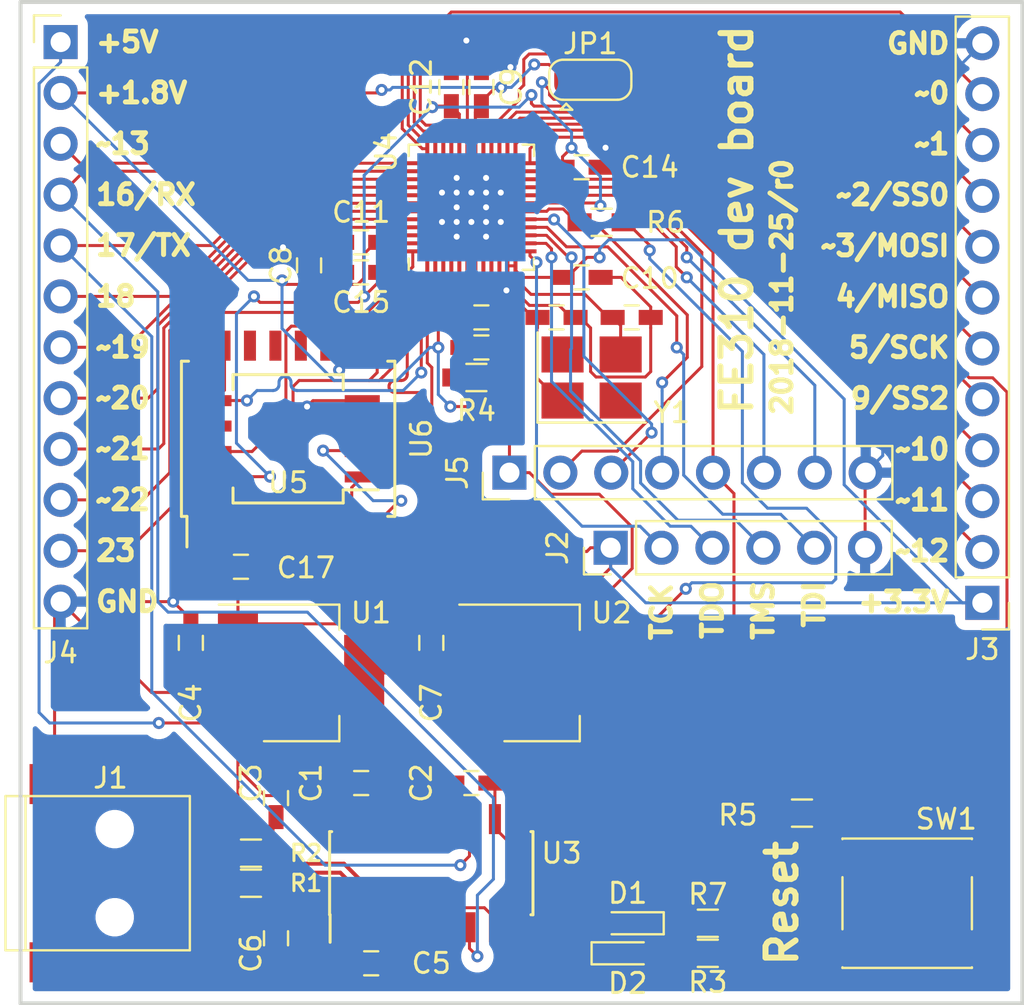
<source format=kicad_pcb>
(kicad_pcb (version 20171130) (host pcbnew 5.1.2-f72e74a~84~ubuntu18.04.1)
  (layers (0 F.Cu signal) (31 B.Cu signal) (34 B.Paste user) (35 F.Paste user) (36 B.SilkS user) (37 F.SilkS user) (38 B.Mask user) (39 F.Mask user) (44 Edge.Cuts user))
  (net 0 "")
  (net 1 GND)
  (net 2 +5V)
  (net 3 +3V3)
  (net 4 "Net-(C5-Pad2)")
  (net 5 +1V8)
  (net 6 "Net-(C13-Pad1)")
  (net 7 "Net-(C13-Pad2)")
  (net 8 "Net-(C18-Pad1)")
  (net 9 "Net-(C19-Pad1)")
  (net 10 "Net-(D1-Pad2)")
  (net 11 "Net-(D1-Pad1)")
  (net 12 "Net-(J1-Pad3)")
  (net 13 "Net-(J1-Pad2)")
  (net 14 JTAG_TDI)
  (net 15 JTAG_TMS)
  (net 16 JTAG_TDO)
  (net 17 JTAG_TCK)
  (net 18 GPIO_0/PWM0_0)
  (net 19 GPIO_1/PWM0_1)
  (net 20 GPIO_2/SPI1_SS0/PWM0_2)
  (net 21 GPIO_3/SPI1_MOSI/PWM0_3)
  (net 22 GPIO_4/SPI1_MISO)
  (net 23 GPIO_5/SPI1_SCK)
  (net 24 GPIO_9/SPI1_SS2)
  (net 25 GPIO_10/SPI1_SS3/PWM2_0)
  (net 26 GPIO_11/PWM2_1)
  (net 27 GPIO_12/PWM2_2)
  (net 28 GPIO_23)
  (net 29 GPIO_22/PWM1_3)
  (net 30 GPIO_21/PWM1_2)
  (net 31 GPIO_20/PWM1_0)
  (net 32 GPIO_19/PWM1_1)
  (net 33 GPIO_18)
  (net 34 UART_TX)
  (net 35 UART_RX)
  (net 36 GPIO_13/PWM2_3)
  (net 37 AON_PSD_LFCLKSEL)
  (net 38 AON_PSD_LFALTCLK)
  (net 39 AON_ERST_N)
  (net 40 AON_PMU_DWAKEUP_N)
  (net 41 AON_PMU_OUT_1)
  (net 42 AON_PMU_OUT_0)
  (net 43 QSPI_SCK)
  (net 44 QSPI_CS)
  (net 45 QSPI_IO0)
  (net 46 QSPI_IO1)
  (net 47 QSPI_IO2)
  (net 48 QSPI_IO3)
  (net 49 "Net-(D2-Pad1)")
  (net 50 /D-)
  (net 51 /D+)
  (net 52 +VAON)
  (net 53 "Net-(J1-Pad4)")
  (net 54 "Net-(U3-Pad15)")
  (net 55 "Net-(U3-Pad14)")
  (net 56 "Net-(U3-Pad13)")
  (net 57 "Net-(U3-Pad12)")
  (net 58 "Net-(U3-Pad9)")
  (net 59 "Net-(U3-Pad5)")
  (net 60 "Net-(Y1-Pad4)")
  (net 61 "Net-(Y1-Pad2)")
  (module Housings_SOIC:SOIC-16W_7.5x10.3mm_Pitch1.27mm (layer F.Cu) (at 33.354297 36.80992 90)
    (fp_text reference U6 (at 0 6.645703 90) (layer F.SilkS))
    (fp_text value S25FL256L)
    (pad 16 smd rect (at 4.65 -4.445 90) (size 1.5 0.6) (layers F.Cu F.Paste F.Mask) (net 43 QSPI_SCK))
    (pad 15 smd rect (at 4.65 -3.175 90) (size 1.5 0.6) (layers F.Cu F.Paste F.Mask) (net 45 QSPI_IO0))
    (pad 14 smd rect (at 4.65 -1.905 90) (size 1.5 0.6) (layers F.Cu F.Paste F.Mask))
    (pad 13 smd rect (at 4.65 -0.635 90) (size 1.5 0.6) (layers F.Cu F.Paste F.Mask))
    (pad 12 smd rect (at 4.65 0.635 90) (size 1.5 0.6) (layers F.Cu F.Paste F.Mask))
    (pad 11 smd rect (at 4.65 1.905 90) (size 1.5 0.6) (layers F.Cu F.Paste F.Mask))
    (pad 10 smd rect (at 4.65 3.175 90) (size 1.5 0.6) (layers F.Cu F.Paste F.Mask) (net 1 GND))
    (pad 9 smd rect (at 4.65 4.445 90) (size 1.5 0.6) (layers F.Cu F.Paste F.Mask) (net 47 QSPI_IO2))
    (pad 8 smd rect (at -4.65 4.445 90) (size 1.5 0.6) (layers F.Cu F.Paste F.Mask) (net 46 QSPI_IO1))
    (pad 7 smd rect (at -4.65 3.175 90) (size 1.5 0.6) (layers F.Cu F.Paste F.Mask) (net 44 QSPI_CS))
    (pad 6 smd rect (at -4.65 1.905 90) (size 1.5 0.6) (layers F.Cu F.Paste F.Mask))
    (pad 5 smd rect (at -4.65 0.635 90) (size 1.5 0.6) (layers F.Cu F.Paste F.Mask))
    (pad 4 smd rect (at -4.65 -0.635 90) (size 1.5 0.6) (layers F.Cu F.Paste F.Mask))
    (pad 3 smd rect (at -4.65 -1.905 90) (size 1.5 0.6) (layers F.Cu F.Paste F.Mask) (net 3 +3V3))
    (pad 2 smd rect (at -4.65 -3.175 90) (size 1.5 0.6) (layers F.Cu F.Paste F.Mask) (net 3 +3V3))
    (pad 1 smd rect (at -4.65 -4.445 90) (size 1.5 0.6) (layers F.Cu F.Paste F.Mask) (net 48 QSPI_IO3))
  )
  (module Capacitors_SMD:C_0603_HandSoldering (layer F.Cu) (at 37 54)
    (fp_text reference C1 (at -2.5 0 90) (layer F.SilkS))
    (fp_text value 0.1uF)
    (pad 2 smd rect (at 0.95 0) (size 1.2 0.75) (layers F.Cu F.Paste F.Mask) (net 1 GND))
    (pad 1 smd rect (at -0.95 0) (size 1.2 0.75) (layers F.Cu F.Paste F.Mask) (net 2 +5V))
  )
  (module Capacitors_SMD:C_0603_HandSoldering (layer F.Cu) (at 42.5 54 180)
    (fp_text reference C2 (at 2.5 0 270) (layer F.SilkS))
    (fp_text value 0.1uF)
    (pad 2 smd rect (at 0.95 0 180) (size 1.2 0.75) (layers F.Cu F.Paste F.Mask) (net 1 GND))
    (pad 1 smd rect (at -0.95 0 180) (size 1.2 0.75) (layers F.Cu F.Paste F.Mask) (net 3 +3V3))
  )
  (module Capacitors_SMD:C_0603_HandSoldering (layer F.Cu) (at 32.75 54.75 90)
    (fp_text reference C3 (at 0.75 -1.25 270) (layer F.SilkS))
    (fp_text value 47pF)
    (pad 2 smd rect (at 0.95 0 90) (size 1.2 0.75) (layers F.Cu F.Paste F.Mask) (net 1 GND))
    (pad 1 smd rect (at -0.95 0 90) (size 1.2 0.75) (layers F.Cu F.Paste F.Mask) (net 50 /D-))
  )
  (module Capacitors_SMD:C_0603_HandSoldering (layer F.Cu) (at 28.5 47 90)
    (fp_text reference C4 (at -3 0 90) (layer F.SilkS))
    (fp_text value 10uF)
    (pad 2 smd rect (at 0.95 0 90) (size 1.2 0.75) (layers F.Cu F.Paste F.Mask) (net 1 GND))
    (pad 1 smd rect (at -0.95 0 90) (size 1.2 0.75) (layers F.Cu F.Paste F.Mask) (net 3 +3V3))
  )
  (module Capacitors_SMD:C_0603_HandSoldering (layer F.Cu) (at 37.5 63)
    (fp_text reference C5 (at 3 0) (layer F.SilkS))
    (fp_text value 1uF)
    (pad 1 smd rect (at -0.95 0) (size 1.2 0.75) (layers F.Cu F.Paste F.Mask) (net 1 GND))
    (pad 2 smd rect (at 0.95 0) (size 1.2 0.75) (layers F.Cu F.Paste F.Mask) (net 4 "Net-(C5-Pad2)"))
  )
  (module Capacitors_SMD:C_0603_HandSoldering (layer F.Cu) (at 32.75 61.75 270)
    (fp_text reference C6 (at 0.75 1.25 90) (layer F.SilkS))
    (fp_text value 47pF)
    (pad 1 smd rect (at -0.95 0 270) (size 1.2 0.75) (layers F.Cu F.Paste F.Mask) (net 51 /D+))
    (pad 2 smd rect (at 0.95 0 270) (size 1.2 0.75) (layers F.Cu F.Paste F.Mask) (net 1 GND))
  )
  (module Capacitors_SMD:C_0603_HandSoldering (layer F.Cu) (at 40.5 47 90)
    (fp_text reference C7 (at -3 0 90) (layer F.SilkS))
    (fp_text value 10uF)
    (pad 2 smd rect (at 0.95 0 90) (size 1.2 0.75) (layers F.Cu F.Paste F.Mask) (net 1 GND))
    (pad 1 smd rect (at -0.95 0 90) (size 1.2 0.75) (layers F.Cu F.Paste F.Mask) (net 5 +1V8))
  )
  (module Capacitors_SMD:C_0603_HandSoldering (layer F.Cu) (at 34.4 28.15 90)
    (fp_text reference C8 (at 0 -1.4 90) (layer F.SilkS))
    (fp_text value 10uF)
    (pad 2 smd rect (at 0.95 0 90) (size 1.2 0.75) (layers F.Cu F.Paste F.Mask) (net 1 GND))
    (pad 1 smd rect (at -0.95 0 90) (size 1.2 0.75) (layers F.Cu F.Paste F.Mask) (net 5 +1V8))
  )
  (module Capacitors_SMD:C_0603_HandSoldering (layer F.Cu) (at 43 19.25 90)
    (fp_text reference C9 (at 0 1.5 90) (layer F.SilkS))
    (fp_text value 0.1uF)
    (pad 1 smd rect (at -0.95 0 90) (size 1.2 0.75) (layers F.Cu F.Paste F.Mask) (net 5 +1V8))
    (pad 2 smd rect (at 0.95 0 90) (size 1.2 0.75) (layers F.Cu F.Paste F.Mask) (net 1 GND))
  )
  (module Capacitors_SMD:C_0603_HandSoldering (layer F.Cu) (at 48 28.75)
    (fp_text reference C10 (at 3.4 0.05) (layer F.SilkS))
    (fp_text value 0.1uF)
    (pad 1 smd rect (at -0.95 0) (size 1.2 0.75) (layers F.Cu F.Paste F.Mask) (net 3 +3V3))
    (pad 2 smd rect (at 0.95 0) (size 1.2 0.75) (layers F.Cu F.Paste F.Mask) (net 1 GND))
  )
  (module Capacitors_SMD:C_0603_HandSoldering (layer F.Cu) (at 37 27 180)
    (fp_text reference C11 (at 0 1.5 180) (layer F.SilkS))
    (fp_text value 0.1uF)
    (pad 1 smd rect (at -0.95 0 180) (size 1.2 0.75) (layers F.Cu F.Paste F.Mask) (net 5 +1V8))
    (pad 2 smd rect (at 0.95 0 180) (size 1.2 0.75) (layers F.Cu F.Paste F.Mask) (net 1 GND))
  )
  (module Capacitors_SMD:C_0603_HandSoldering (layer F.Cu) (at 41.5 19.25 90)
    (fp_text reference C12 (at 0 -1.5 90) (layer F.SilkS))
    (fp_text value 0.1uF)
    (pad 2 smd rect (at 0.95 0 90) (size 1.2 0.75) (layers F.Cu F.Paste F.Mask) (net 1 GND))
    (pad 1 smd rect (at -0.95 0 90) (size 1.2 0.75) (layers F.Cu F.Paste F.Mask) (net 3 +3V3))
  )
  (module Capacitors_SMD:C_0603_HandSoldering (layer F.Cu) (at 43 32.25)
    (fp_text reference C13 hide)
    (fp_text value 0.1uF)
    (pad 1 smd rect (at -0.95 0) (size 1.2 0.75) (layers F.Cu F.Paste F.Mask) (net 6 "Net-(C13-Pad1)"))
    (pad 2 smd rect (at 0.95 0) (size 1.2 0.75) (layers F.Cu F.Paste F.Mask) (net 7 "Net-(C13-Pad2)"))
  )
  (module Capacitors_SMD:C_0603_HandSoldering (layer F.Cu) (at 48 23.25)
    (fp_text reference C14 (at 3.4 0) (layer F.SilkS))
    (fp_text value 0.1uF)
    (pad 2 smd rect (at 0.95 0) (size 1.2 0.75) (layers F.Cu F.Paste F.Mask) (net 1 GND))
    (pad 1 smd rect (at -0.95 0) (size 1.2 0.75) (layers F.Cu F.Paste F.Mask) (net 52 +VAON))
  )
  (module Capacitors_SMD:C_0603_HandSoldering (layer F.Cu) (at 37 28.5 180)
    (fp_text reference C15 (at 0 -1.5 180) (layer F.SilkS))
    (fp_text value 0.1uF)
    (pad 1 smd rect (at -0.95 0 180) (size 1.2 0.75) (layers F.Cu F.Paste F.Mask) (net 3 +3V3))
    (pad 2 smd rect (at 0.95 0 180) (size 1.2 0.75) (layers F.Cu F.Paste F.Mask) (net 1 GND))
  )
  (module Capacitors_SMD:C_0603_HandSoldering (layer F.Cu) (at 43 30.75)
    (fp_text reference C16 hide)
    (fp_text value 0.1uF)
    (pad 2 smd rect (at 0.95 0) (size 1.2 0.75) (layers F.Cu F.Paste F.Mask) (net 7 "Net-(C13-Pad2)"))
    (pad 1 smd rect (at -0.95 0) (size 1.2 0.75) (layers F.Cu F.Paste F.Mask) (net 6 "Net-(C13-Pad1)"))
  )
  (module Capacitors_SMD:C_0603_HandSoldering (layer F.Cu) (at 31 43.2)
    (fp_text reference C17 (at 3.24 0.05) (layer F.SilkS))
    (fp_text value 0.1uF)
    (pad 1 smd rect (at -0.95 0) (size 1.2 0.75) (layers F.Cu F.Paste F.Mask) (net 3 +3V3))
    (pad 2 smd rect (at 0.95 0) (size 1.2 0.75) (layers F.Cu F.Paste F.Mask) (net 1 GND))
  )
  (module Capacitors_SMD:C_0603_HandSoldering (layer F.Cu) (at 50.5 30.75)
    (fp_text reference C18 hide)
    (fp_text value 12pF)
    (pad 2 smd rect (at 0.95 0) (size 1.2 0.75) (layers F.Cu F.Paste F.Mask) (net 1 GND))
    (pad 1 smd rect (at -0.95 0) (size 1.2 0.75) (layers F.Cu F.Paste F.Mask) (net 8 "Net-(C18-Pad1)"))
  )
  (module Capacitors_SMD:C_0603_HandSoldering (layer F.Cu) (at 46.75 30.75)
    (fp_text reference C19 hide)
    (fp_text value 12pF)
    (pad 1 smd rect (at -0.95 0) (size 1.2 0.75) (layers F.Cu F.Paste F.Mask) (net 9 "Net-(C19-Pad1)"))
    (pad 2 smd rect (at 0.95 0) (size 1.2 0.75) (layers F.Cu F.Paste F.Mask) (net 1 GND))
  )
  (module LEDs:LED_0603_HandSoldering (layer F.Cu) (at 50.3 62.5)
    (fp_text reference D1 (at 0 -3) (layer F.SilkS))
    (fp_text value LED)
    (pad 2 smd rect (at 1.1 0) (size 1.2 0.9) (layers F.Cu F.Paste F.Mask) (net 10 "Net-(D1-Pad2)"))
    (pad 1 smd rect (at -1.1 0) (size 1.2 0.9) (layers F.Cu F.Paste F.Mask) (net 11 "Net-(D1-Pad1)"))
  )
  (module Connectors:USB_Mini-B (layer F.Cu) (at 24.5 58.5)
    (fp_text reference J1 (at -0.01 -4.75) (layer F.SilkS))
    (fp_text value USB_B_Mini)
    (pad "" np_thru_hole circle (at 0.2 2.2) (size 0.9 0.9) (drill 0.9) (layers *.Cu *.Mask))
    (pad "" np_thru_hole circle (at 0.2 -2.2) (size 0.9 0.9) (drill 0.9) (layers *.Cu *.Mask))
    (pad 6 smd rect (at -2.8 4.45) (size 2.5 2) (layers F.Cu F.Paste F.Mask) (net 1 GND))
    (pad 6 smd rect (at 2.7 4.45) (size 2.5 2) (layers F.Cu F.Paste F.Mask) (net 1 GND))
    (pad 6 smd rect (at -2.8 -4.45) (size 2.5 2) (layers F.Cu F.Paste F.Mask) (net 1 GND))
    (pad 6 smd rect (at 2.7 -4.45) (size 2.5 2) (layers F.Cu F.Paste F.Mask) (net 1 GND))
    (pad 5 smd rect (at 2.8 1.6) (size 2.3 0.5) (layers F.Cu F.Paste F.Mask) (net 1 GND))
    (pad 4 smd rect (at 2.8 0.8) (size 2.3 0.5) (layers F.Cu F.Paste F.Mask) (net 53 "Net-(J1-Pad4)"))
    (pad 3 smd rect (at 2.8 0) (size 2.3 0.5) (layers F.Cu F.Paste F.Mask) (net 12 "Net-(J1-Pad3)"))
    (pad 2 smd rect (at 2.8 -0.8) (size 2.3 0.5) (layers F.Cu F.Paste F.Mask) (net 13 "Net-(J1-Pad2)"))
    (pad 1 smd rect (at 2.8 -1.6) (size 2.3 0.5) (layers F.Cu F.Paste F.Mask) (net 2 +5V))
  )
  (module Pin_Headers:Pin_Header_Straight_1x06_Pitch2.54mm (layer F.Cu) (at 49.45 42.25 90)
    (fp_text reference J2 (at 0 -2.65 90) (layer F.SilkS))
    (fp_text value Conn_01x06)
    (pad 6 thru_hole oval (at 0 12.7 90) (size 1.7 1.7) (drill 1) (layers *.Cu *.Mask) (net 1 GND))
    (pad 5 thru_hole oval (at 0 10.16 90) (size 1.7 1.7) (drill 1) (layers *.Cu *.Mask) (net 14 JTAG_TDI))
    (pad 4 thru_hole oval (at 0 7.62 90) (size 1.7 1.7) (drill 1) (layers *.Cu *.Mask) (net 15 JTAG_TMS))
    (pad 3 thru_hole oval (at 0 5.08 90) (size 1.7 1.7) (drill 1) (layers *.Cu *.Mask) (net 16 JTAG_TDO))
    (pad 2 thru_hole oval (at 0 2.54 90) (size 1.7 1.7) (drill 1) (layers *.Cu *.Mask) (net 17 JTAG_TCK))
    (pad 1 thru_hole rect (at 0 0 90) (size 1.7 1.7) (drill 1) (layers *.Cu *.Mask) (net 3 +3V3))
  )
  (module Pin_Headers:Pin_Header_Straight_1x12_Pitch2.54mm (layer F.Cu) (at 68 45 180)
    (fp_text reference J3 (at 0 -2.33 180) (layer F.SilkS))
    (fp_text value Conn_01x12)
    (pad 1 thru_hole rect (at 0 0 180) (size 1.7 1.7) (drill 1) (layers *.Cu *.Mask) (net 3 +3V3))
    (pad 2 thru_hole oval (at 0 2.54 180) (size 1.7 1.7) (drill 1) (layers *.Cu *.Mask) (net 18 GPIO_0/PWM0_0))
    (pad 3 thru_hole oval (at 0 5.08 180) (size 1.7 1.7) (drill 1) (layers *.Cu *.Mask) (net 19 GPIO_1/PWM0_1))
    (pad 4 thru_hole oval (at 0 7.62 180) (size 1.7 1.7) (drill 1) (layers *.Cu *.Mask) (net 20 GPIO_2/SPI1_SS0/PWM0_2))
    (pad 5 thru_hole oval (at 0 10.16 180) (size 1.7 1.7) (drill 1) (layers *.Cu *.Mask) (net 21 GPIO_3/SPI1_MOSI/PWM0_3))
    (pad 6 thru_hole oval (at 0 12.7 180) (size 1.7 1.7) (drill 1) (layers *.Cu *.Mask) (net 22 GPIO_4/SPI1_MISO))
    (pad 7 thru_hole oval (at 0 15.24 180) (size 1.7 1.7) (drill 1) (layers *.Cu *.Mask) (net 23 GPIO_5/SPI1_SCK))
    (pad 8 thru_hole oval (at 0 17.78 180) (size 1.7 1.7) (drill 1) (layers *.Cu *.Mask) (net 24 GPIO_9/SPI1_SS2))
    (pad 9 thru_hole oval (at 0 20.32 180) (size 1.7 1.7) (drill 1) (layers *.Cu *.Mask) (net 25 GPIO_10/SPI1_SS3/PWM2_0))
    (pad 10 thru_hole oval (at 0 22.86 180) (size 1.7 1.7) (drill 1) (layers *.Cu *.Mask) (net 26 GPIO_11/PWM2_1))
    (pad 11 thru_hole oval (at 0 25.4 180) (size 1.7 1.7) (drill 1) (layers *.Cu *.Mask) (net 27 GPIO_12/PWM2_2))
    (pad 12 thru_hole oval (at 0 27.94 180) (size 1.7 1.7) (drill 1) (layers *.Cu *.Mask) (net 1 GND))
  )
  (module Pin_Headers:Pin_Header_Straight_1x12_Pitch2.54mm (layer F.Cu) (at 22 17)
    (fp_text reference J4 (at 0 30.5) (layer F.SilkS))
    (fp_text value Conn_01x12)
    (pad 12 thru_hole oval (at 0 27.94) (size 1.7 1.7) (drill 1) (layers *.Cu *.Mask) (net 1 GND))
    (pad 11 thru_hole oval (at 0 25.4) (size 1.7 1.7) (drill 1) (layers *.Cu *.Mask) (net 28 GPIO_23))
    (pad 10 thru_hole oval (at 0 22.86) (size 1.7 1.7) (drill 1) (layers *.Cu *.Mask) (net 29 GPIO_22/PWM1_3))
    (pad 9 thru_hole oval (at 0 20.32) (size 1.7 1.7) (drill 1) (layers *.Cu *.Mask) (net 30 GPIO_21/PWM1_2))
    (pad 8 thru_hole oval (at 0 17.78) (size 1.7 1.7) (drill 1) (layers *.Cu *.Mask) (net 31 GPIO_20/PWM1_0))
    (pad 7 thru_hole oval (at 0 15.24) (size 1.7 1.7) (drill 1) (layers *.Cu *.Mask) (net 32 GPIO_19/PWM1_1))
    (pad 6 thru_hole oval (at 0 12.7) (size 1.7 1.7) (drill 1) (layers *.Cu *.Mask) (net 33 GPIO_18))
    (pad 5 thru_hole oval (at 0 10.16) (size 1.7 1.7) (drill 1) (layers *.Cu *.Mask) (net 34 UART_TX))
    (pad 4 thru_hole oval (at 0 7.62) (size 1.7 1.7) (drill 1) (layers *.Cu *.Mask) (net 35 UART_RX))
    (pad 3 thru_hole oval (at 0 5.08) (size 1.7 1.7) (drill 1) (layers *.Cu *.Mask) (net 36 GPIO_13/PWM2_3))
    (pad 2 thru_hole oval (at 0 2.54) (size 1.7 1.7) (drill 1) (layers *.Cu *.Mask) (net 5 +1V8))
    (pad 1 thru_hole rect (at 0 0) (size 1.7 1.7) (drill 1) (layers *.Cu *.Mask) (net 2 +5V))
  )
  (module Pin_Headers:Pin_Header_Straight_1x08_Pitch2.54mm (layer F.Cu) (at 44.4 38.5 90)
    (fp_text reference J5 (at 0 -2.6 90) (layer F.SilkS))
    (fp_text value Conn_01x08)
    (pad 8 thru_hole oval (at 0 17.78 90) (size 1.7 1.7) (drill 1) (layers *.Cu *.Mask) (net 1 GND))
    (pad 7 thru_hole oval (at 0 15.24 90) (size 1.7 1.7) (drill 1) (layers *.Cu *.Mask) (net 37 AON_PSD_LFCLKSEL))
    (pad 6 thru_hole oval (at 0 12.7 90) (size 1.7 1.7) (drill 1) (layers *.Cu *.Mask) (net 38 AON_PSD_LFALTCLK))
    (pad 5 thru_hole oval (at 0 10.16 90) (size 1.7 1.7) (drill 1) (layers *.Cu *.Mask) (net 39 AON_ERST_N))
    (pad 4 thru_hole oval (at 0 7.62 90) (size 1.7 1.7) (drill 1) (layers *.Cu *.Mask) (net 40 AON_PMU_DWAKEUP_N))
    (pad 3 thru_hole oval (at 0 5.08 90) (size 1.7 1.7) (drill 1) (layers *.Cu *.Mask) (net 41 AON_PMU_OUT_1))
    (pad 2 thru_hole oval (at 0 2.54 90) (size 1.7 1.7) (drill 1) (layers *.Cu *.Mask) (net 42 AON_PMU_OUT_0))
    (pad 1 thru_hole rect (at 0 0 90) (size 1.7 1.7) (drill 1) (layers *.Cu *.Mask) (net 5 +1V8))
  )
  (module Resistors_SMD:R_0603_HandSoldering (layer F.Cu) (at 31.5 59)
    (fp_text reference R1 (at 2.75 0) (layer F.SilkS) (effects (font (size 0.82 0.82))))
    (fp_text value 33)
    (pad 1 smd rect (at -1.1 0) (size 1.2 0.9) (layers F.Cu F.Paste F.Mask) (net 12 "Net-(J1-Pad3)"))
    (pad 2 smd rect (at 1.1 0) (size 1.2 0.9) (layers F.Cu F.Paste F.Mask) (net 51 /D+))
  )
  (module Resistors_SMD:R_0603_HandSoldering (layer F.Cu) (at 31.5 57.5)
    (fp_text reference R2 (at 2.75 0) (layer F.SilkS) (effects (font (size 0.82 0.82))))
    (fp_text value 33)
    (pad 2 smd rect (at 1.1 0) (size 1.2 0.9) (layers F.Cu F.Paste F.Mask) (net 50 /D-))
    (pad 1 smd rect (at -1.1 0) (size 1.2 0.9) (layers F.Cu F.Paste F.Mask) (net 13 "Net-(J1-Pad2)"))
  )
  (module Resistors_SMD:R_0603_HandSoldering (layer F.Cu) (at 54.3 62.5 180)
    (fp_text reference R3 (at 0 -1.45 180) (layer F.SilkS))
    (fp_text value 10k)
    (pad 1 smd rect (at -1.1 0 180) (size 1.2 0.9) (layers F.Cu F.Paste F.Mask) (net 3 +3V3))
    (pad 2 smd rect (at 1.1 0 180) (size 1.2 0.9) (layers F.Cu F.Paste F.Mask) (net 10 "Net-(D1-Pad2)"))
  )
  (module Resistors_SMD:R_0603_HandSoldering (layer F.Cu) (at 42.75 33.75)
    (fp_text reference R4 (at 0 1.65) (layer F.SilkS))
    (fp_text value 100)
    (pad 2 smd rect (at 1.1 0) (size 1.2 0.9) (layers F.Cu F.Paste F.Mask) (net 5 +1V8))
    (pad 1 smd rect (at -1.1 0) (size 1.2 0.9) (layers F.Cu F.Paste F.Mask) (net 6 "Net-(C13-Pad1)"))
  )
  (module Resistors_SMD:R_0603_HandSoldering (layer F.Cu) (at 59 55.5)
    (fp_text reference R5 (at -3.2 0.1) (layer F.SilkS))
    (fp_text value 10k)
    (pad 2 smd rect (at 1.1 0) (size 1.2 0.9) (layers F.Cu F.Paste F.Mask) (net 39 AON_ERST_N))
    (pad 1 smd rect (at -1.1 0) (size 1.2 0.9) (layers F.Cu F.Paste F.Mask) (net 52 +VAON))
  )
  (module Resistors_SMD:R_0603_HandSoldering (layer F.Cu) (at 49 26 180)
    (fp_text reference R6 (at -3.2 0 180) (layer F.SilkS))
    (fp_text value 10k)
    (pad 1 smd rect (at -1.1 0 180) (size 1.2 0.9) (layers F.Cu F.Paste F.Mask) (net 5 +1V8))
    (pad 2 smd rect (at 1.1 0 180) (size 1.2 0.9) (layers F.Cu F.Paste F.Mask) (net 40 AON_PMU_DWAKEUP_N))
  )
  (module Buttons_Switches_SMD:SW_SPST_PTS645 (layer F.Cu) (at 64.25 60 180)
    (fp_text reference SW1 (at -1.95 4.2 180) (layer F.SilkS))
    (fp_text value SW_Push)
    (pad 2 smd rect (at 3.98 2.25 180) (size 1.55 1.3) (layers F.Cu F.Paste F.Mask) (net 39 AON_ERST_N))
    (pad 1 smd rect (at 3.98 -2.25 180) (size 1.55 1.3) (layers F.Cu F.Paste F.Mask) (net 1 GND))
    (pad 1 smd rect (at -3.98 -2.25 180) (size 1.55 1.3) (layers F.Cu F.Paste F.Mask) (net 1 GND))
    (pad 2 smd rect (at -3.98 2.25 180) (size 1.55 1.3) (layers F.Cu F.Paste F.Mask) (net 39 AON_ERST_N))
  )
  (module TO_SOT_Packages_SMD:SOT-223-3_TabPin2 (layer F.Cu) (at 34 48.5)
    (fp_text reference U1 (at 3.49 -3) (layer F.SilkS))
    (fp_text value AMS1117-3.3)
    (pad 2 smd rect (at 3.15 0) (size 2 3.8) (layers F.Cu F.Paste F.Mask) (net 3 +3V3))
    (pad 2 smd rect (at -3.15 0) (size 2 1.5) (layers F.Cu F.Paste F.Mask) (net 3 +3V3))
    (pad 3 smd rect (at -3.15 2.3) (size 2 1.5) (layers F.Cu F.Paste F.Mask) (net 2 +5V))
    (pad 1 smd rect (at -3.15 -2.3) (size 2 1.5) (layers F.Cu F.Paste F.Mask) (net 1 GND))
  )
  (module TO_SOT_Packages_SMD:SOT-223-3_TabPin2 (layer F.Cu) (at 46 48.5)
    (fp_text reference U2 (at 3.49 -3) (layer F.SilkS))
    (fp_text value AMS1117-1.8)
    (pad 1 smd rect (at -3.15 -2.3) (size 2 1.5) (layers F.Cu F.Paste F.Mask) (net 1 GND))
    (pad 3 smd rect (at -3.15 2.3) (size 2 1.5) (layers F.Cu F.Paste F.Mask) (net 3 +3V3))
    (pad 2 smd rect (at -3.15 0) (size 2 1.5) (layers F.Cu F.Paste F.Mask) (net 5 +1V8))
    (pad 2 smd rect (at 3.15 0) (size 2 3.8) (layers F.Cu F.Paste F.Mask) (net 5 +1V8))
  )
  (module Housings_SOIC:SOIC-16_3.9x9.9mm_Pitch1.27mm (layer F.Cu) (at 40.5 58.5 90)
    (fp_text reference U3 (at 1 6.5) (layer F.SilkS))
    (fp_text value HT42B534)
    (pad 16 smd rect (at 2.7 -4.445 90) (size 1.5 0.6) (layers F.Cu F.Paste F.Mask) (net 2 +5V))
    (pad 15 smd rect (at 2.7 -3.175 90) (size 1.5 0.6) (layers F.Cu F.Paste F.Mask) (net 54 "Net-(U3-Pad15)"))
    (pad 14 smd rect (at 2.7 -1.905 90) (size 1.5 0.6) (layers F.Cu F.Paste F.Mask) (net 55 "Net-(U3-Pad14)"))
    (pad 13 smd rect (at 2.7 -0.635 90) (size 1.5 0.6) (layers F.Cu F.Paste F.Mask) (net 56 "Net-(U3-Pad13)"))
    (pad 12 smd rect (at 2.7 0.635 90) (size 1.5 0.6) (layers F.Cu F.Paste F.Mask) (net 57 "Net-(U3-Pad12)"))
    (pad 11 smd rect (at 2.7 1.905 90) (size 1.5 0.6) (layers F.Cu F.Paste F.Mask) (net 34 UART_TX))
    (pad 10 smd rect (at 2.7 3.175 90) (size 1.5 0.6) (layers F.Cu F.Paste F.Mask) (net 3 +3V3))
    (pad 9 smd rect (at 2.7 4.445 90) (size 1.5 0.6) (layers F.Cu F.Paste F.Mask) (net 58 "Net-(U3-Pad9)"))
    (pad 8 smd rect (at -2.7 4.445 90) (size 1.5 0.6) (layers F.Cu F.Paste F.Mask) (net 11 "Net-(D1-Pad1)"))
    (pad 7 smd rect (at -2.7 3.175 90) (size 1.5 0.6) (layers F.Cu F.Paste F.Mask) (net 50 /D-))
    (pad 6 smd rect (at -2.7 1.905 90) (size 1.5 0.6) (layers F.Cu F.Paste F.Mask) (net 35 UART_RX))
    (pad 5 smd rect (at -2.7 0.635 90) (size 1.5 0.6) (layers F.Cu F.Paste F.Mask) (net 59 "Net-(U3-Pad5)"))
    (pad 4 smd rect (at -2.7 -0.635 90) (size 1.5 0.6) (layers F.Cu F.Paste F.Mask) (net 1 GND))
    (pad 3 smd rect (at -2.7 -1.905 90) (size 1.5 0.6) (layers F.Cu F.Paste F.Mask) (net 4 "Net-(C5-Pad2)"))
    (pad 2 smd rect (at -2.7 -3.175 90) (size 1.5 0.6) (layers F.Cu F.Paste F.Mask) (net 50 /D-))
    (pad 1 smd rect (at -2.7 -4.445 90) (size 1.5 0.6) (layers F.Cu F.Paste F.Mask) (net 51 /D+))
  )
  (module Housings_DFN_QFN:QFN-48-1EP_6x6mm_Pitch0.4mm_ThermalVias (layer F.Cu) (at 42.5 25.25 90)
    (fp_text reference U4 (at 2.75 -4.25 90) (layer F.SilkS))
    (fp_text value FE310)
    (pad 49 thru_hole circle (at 1.466667 0.733333 90) (size 0.6 0.6) (drill 0.3) (layers *.Cu) (net 1 GND))
    (pad 49 thru_hole circle (at 1.466667 -0.733333 90) (size 0.6 0.6) (drill 0.3) (layers *.Cu) (net 1 GND))
    (pad 49 thru_hole circle (at 0.733333 1.466667 90) (size 0.6 0.6) (drill 0.3) (layers *.Cu) (net 1 GND))
    (pad 49 thru_hole circle (at 0.733333 0.733333 90) (size 0.6 0.6) (drill 0.3) (layers *.Cu) (net 1 GND))
    (pad 49 thru_hole circle (at 0.733333 0 90) (size 0.6 0.6) (drill 0.3) (layers *.Cu) (net 1 GND))
    (pad 49 thru_hole circle (at 0.733333 -0.733333 90) (size 0.6 0.6) (drill 0.3) (layers *.Cu) (net 1 GND))
    (pad 49 thru_hole circle (at 0.733333 -1.466667 90) (size 0.6 0.6) (drill 0.3) (layers *.Cu) (net 1 GND))
    (pad 49 thru_hole circle (at 0 0.733333 90) (size 0.6 0.6) (drill 0.3) (layers *.Cu) (net 1 GND))
    (pad 49 thru_hole circle (at 0 -0.733333 90) (size 0.6 0.6) (drill 0.3) (layers *.Cu) (net 1 GND))
    (pad 49 thru_hole circle (at -0.733333 1.466667 90) (size 0.6 0.6) (drill 0.3) (layers *.Cu) (net 1 GND))
    (pad 49 thru_hole circle (at -0.733333 0.733333 90) (size 0.6 0.6) (drill 0.3) (layers *.Cu) (net 1 GND))
    (pad 49 thru_hole circle (at -0.733333 0 90) (size 0.6 0.6) (drill 0.3) (layers *.Cu) (net 1 GND))
    (pad 49 thru_hole circle (at -0.733333 -0.733333 90) (size 0.6 0.6) (drill 0.3) (layers *.Cu) (net 1 GND))
    (pad 49 thru_hole circle (at -0.733333 -1.466667 90) (size 0.6 0.6) (drill 0.3) (layers *.Cu) (net 1 GND))
    (pad 49 thru_hole circle (at -1.466667 0.733333 90) (size 0.6 0.6) (drill 0.3) (layers *.Cu) (net 1 GND))
    (pad 49 thru_hole circle (at -1.466667 -0.733333 90) (size 0.6 0.6) (drill 0.3) (layers *.Cu) (net 1 GND))
    (pad 49 smd rect (at 0 0 90) (size 4.4 4.4) (layers F.Cu F.Mask) (net 1 GND))
    (pad 49 smd rect (at 0 0 90) (size 5.4 5.4) (layers B.Cu) (net 1 GND))
    (pad 48 smd rect (at -2.2 -2.925 180) (size 0.65 0.2) (layers F.Cu F.Paste F.Mask) (net 43 QSPI_SCK))
    (pad 47 smd rect (at -1.8 -2.925 180) (size 0.65 0.2) (layers F.Cu F.Paste F.Mask) (net 3 +3V3))
    (pad 46 smd rect (at -1.4 -2.925 180) (size 0.65 0.2) (layers F.Cu F.Paste F.Mask) (net 5 +1V8))
    (pad 45 smd rect (at -1 -2.925 180) (size 0.65 0.2) (layers F.Cu F.Paste F.Mask) (net 28 GPIO_23))
    (pad 44 smd rect (at -0.6 -2.925 180) (size 0.65 0.2) (layers F.Cu F.Paste F.Mask) (net 29 GPIO_22/PWM1_3))
    (pad 43 smd rect (at -0.2 -2.925 180) (size 0.65 0.2) (layers F.Cu F.Paste F.Mask) (net 30 GPIO_21/PWM1_2))
    (pad 42 smd rect (at 0.2 -2.925 180) (size 0.65 0.2) (layers F.Cu F.Paste F.Mask) (net 31 GPIO_20/PWM1_0))
    (pad 41 smd rect (at 0.6 -2.925 180) (size 0.65 0.2) (layers F.Cu F.Paste F.Mask) (net 32 GPIO_19/PWM1_1))
    (pad 40 smd rect (at 1 -2.925 180) (size 0.65 0.2) (layers F.Cu F.Paste F.Mask) (net 33 GPIO_18))
    (pad 39 smd rect (at 1.4 -2.925 180) (size 0.65 0.2) (layers F.Cu F.Paste F.Mask) (net 34 UART_TX))
    (pad 38 smd rect (at 1.8 -2.925 180) (size 0.65 0.2) (layers F.Cu F.Paste F.Mask) (net 35 UART_RX))
    (pad 37 smd rect (at 2.2 -2.925 180) (size 0.65 0.2) (layers F.Cu F.Paste F.Mask) (net 36 GPIO_13/PWM2_3))
    (pad 36 smd rect (at 2.925 -2.2 90) (size 0.65 0.2) (layers F.Cu F.Paste F.Mask) (net 27 GPIO_12/PWM2_2))
    (pad 35 smd rect (at 2.925 -1.8 90) (size 0.65 0.2) (layers F.Cu F.Paste F.Mask) (net 26 GPIO_11/PWM2_1))
    (pad 34 smd rect (at 2.925 -1.4 90) (size 0.65 0.2) (layers F.Cu F.Paste F.Mask) (net 25 GPIO_10/SPI1_SS3/PWM2_0))
    (pad 33 smd rect (at 2.925 -1 90) (size 0.65 0.2) (layers F.Cu F.Paste F.Mask) (net 24 GPIO_9/SPI1_SS2))
    (pad 32 smd rect (at 2.925 -0.6 90) (size 0.65 0.2) (layers F.Cu F.Paste F.Mask) (net 3 +3V3))
    (pad 31 smd rect (at 2.925 -0.2 90) (size 0.65 0.2) (layers F.Cu F.Paste F.Mask) (net 23 GPIO_5/SPI1_SCK))
    (pad 30 smd rect (at 2.925 0.2 90) (size 0.65 0.2) (layers F.Cu F.Paste F.Mask) (net 5 +1V8))
    (pad 29 smd rect (at 2.925 0.6 90) (size 0.65 0.2) (layers F.Cu F.Paste F.Mask) (net 22 GPIO_4/SPI1_MISO))
    (pad 28 smd rect (at 2.925 1 90) (size 0.65 0.2) (layers F.Cu F.Paste F.Mask) (net 21 GPIO_3/SPI1_MOSI/PWM0_3))
    (pad 27 smd rect (at 2.925 1.4 90) (size 0.65 0.2) (layers F.Cu F.Paste F.Mask) (net 20 GPIO_2/SPI1_SS0/PWM0_2))
    (pad 26 smd rect (at 2.925 1.8 90) (size 0.65 0.2) (layers F.Cu F.Paste F.Mask) (net 19 GPIO_1/PWM0_1))
    (pad 25 smd rect (at 2.925 2.2 90) (size 0.65 0.2) (layers F.Cu F.Paste F.Mask) (net 18 GPIO_0/PWM0_0))
    (pad 24 smd rect (at 2.2 2.925 180) (size 0.65 0.2) (layers F.Cu F.Paste F.Mask) (net 39 AON_ERST_N))
    (pad 23 smd rect (at 1.8 2.925 180) (size 0.65 0.2) (layers F.Cu F.Paste F.Mask) (net 52 +VAON))
    (pad 22 smd rect (at 1.4 2.925 180) (size 0.65 0.2) (layers F.Cu F.Paste F.Mask) (net 42 AON_PMU_OUT_0))
    (pad 21 smd rect (at 1 2.925 180) (size 0.65 0.2) (layers F.Cu F.Paste F.Mask) (net 37 AON_PSD_LFCLKSEL))
    (pad 20 smd rect (at 0.6 2.925 180) (size 0.65 0.2) (layers F.Cu F.Paste F.Mask) (net 38 AON_PSD_LFALTCLK))
    (pad 19 smd rect (at 0.2 2.925 180) (size 0.65 0.2) (layers F.Cu F.Paste F.Mask) (net 52 +VAON))
    (pad 18 smd rect (at -0.2 2.925 180) (size 0.65 0.2) (layers F.Cu F.Paste F.Mask) (net 40 AON_PMU_DWAKEUP_N))
    (pad 17 smd rect (at -0.6 2.925 180) (size 0.65 0.2) (layers F.Cu F.Paste F.Mask) (net 41 AON_PMU_OUT_1))
    (pad 16 smd rect (at -1 2.925 180) (size 0.65 0.2) (layers F.Cu F.Paste F.Mask) (net 14 JTAG_TDI))
    (pad 15 smd rect (at -1.4 2.925 180) (size 0.65 0.2) (layers F.Cu F.Paste F.Mask) (net 15 JTAG_TMS))
    (pad 14 smd rect (at -1.8 2.925 180) (size 0.65 0.2) (layers F.Cu F.Paste F.Mask) (net 16 JTAG_TDO))
    (pad 13 smd rect (at -2.2 2.925 180) (size 0.65 0.2) (layers F.Cu F.Paste F.Mask) (net 17 JTAG_TCK))
    (pad 12 smd rect (at -2.925 2.2 90) (size 0.65 0.2) (layers F.Cu F.Paste F.Mask) (net 3 +3V3))
    (pad 11 smd rect (at -2.925 1.8 90) (size 0.65 0.2) (layers F.Cu F.Paste F.Mask) (net 3 +3V3))
    (pad 10 smd rect (at -2.925 1.4 90) (size 0.65 0.2) (layers F.Cu F.Paste F.Mask) (net 8 "Net-(C18-Pad1)"))
    (pad 9 smd rect (at -2.925 1 90) (size 0.65 0.2) (layers F.Cu F.Paste F.Mask) (net 9 "Net-(C19-Pad1)"))
    (pad 8 smd rect (at -2.925 0.6 90) (size 0.65 0.2) (layers F.Cu F.Paste F.Mask) (net 7 "Net-(C13-Pad2)"))
    (pad 7 smd rect (at -2.925 0.2 90) (size 0.65 0.2) (layers F.Cu F.Paste F.Mask) (net 6 "Net-(C13-Pad1)"))
    (pad 6 smd rect (at -2.925 -0.2 90) (size 0.65 0.2) (layers F.Cu F.Paste F.Mask) (net 5 +1V8))
    (pad 5 smd rect (at -2.925 -0.6 90) (size 0.65 0.2) (layers F.Cu F.Paste F.Mask) (net 44 QSPI_CS))
    (pad 4 smd rect (at -2.925 -1 90) (size 0.65 0.2) (layers F.Cu F.Paste F.Mask) (net 45 QSPI_IO0))
    (pad 3 smd rect (at -2.925 -1.4 90) (size 0.65 0.2) (layers F.Cu F.Paste F.Mask) (net 46 QSPI_IO1))
    (pad 2 smd rect (at -2.925 -1.8 90) (size 0.65 0.2) (layers F.Cu F.Paste F.Mask) (net 47 QSPI_IO2))
    (pad 1 smd rect (at -2.925 -2.2 90) (size 0.65 0.2) (layers F.Cu F.Paste F.Mask) (net 48 QSPI_IO3))
  )
  (module Housings_SOIC:SO-8_5.3x6.2mm_Pitch1.27mm (layer F.Cu) (at 33.354297 36.80992 180)
    (fp_text reference U5 (at 0 -2.19008 180) (layer F.SilkS))
    (fp_text value IS25LP128)
    (pad 8 smd rect (at 3.7 -1.905 180) (size 1.75 0.55) (layers F.Cu F.Paste F.Mask) (net 3 +3V3))
    (pad 7 smd rect (at 3.7 -0.635 180) (size 1.75 0.55) (layers F.Cu F.Paste F.Mask) (net 48 QSPI_IO3))
    (pad 6 smd rect (at 3.7 0.635 180) (size 1.75 0.55) (layers F.Cu F.Paste F.Mask) (net 43 QSPI_SCK))
    (pad 5 smd rect (at 3.7 1.905 180) (size 1.75 0.55) (layers F.Cu F.Paste F.Mask) (net 45 QSPI_IO0))
    (pad 4 smd rect (at -3.7 1.905 180) (size 1.75 0.55) (layers F.Cu F.Paste F.Mask) (net 1 GND))
    (pad 3 smd rect (at -3.7 0.635 180) (size 1.75 0.55) (layers F.Cu F.Paste F.Mask) (net 47 QSPI_IO2))
    (pad 2 smd rect (at -3.7 -0.635 180) (size 1.75 0.55) (layers F.Cu F.Paste F.Mask) (net 46 QSPI_IO1))
    (pad 1 smd rect (at -3.7 -1.905 180) (size 1.75 0.55) (layers F.Cu F.Paste F.Mask) (net 44 QSPI_CS))
  )
  (module Crystals:Crystal_SMD_3225-4pin_3.2x2.5mm_HandSoldering (layer F.Cu) (at 48.5 33.75)
    (fp_text reference Y1 (at 4 1.75) (layer F.SilkS))
    (fp_text value 16MHz)
    (pad 4 smd rect (at -1.45 -1.15) (size 2.1 1.8) (layers F.Cu F.Paste F.Mask) (net 60 "Net-(Y1-Pad4)"))
    (pad 3 smd rect (at 1.45 -1.15) (size 2.1 1.8) (layers F.Cu F.Paste F.Mask) (net 8 "Net-(C18-Pad1)"))
    (pad 2 smd rect (at 1.45 1.15) (size 2.1 1.8) (layers F.Cu F.Paste F.Mask) (net 61 "Net-(Y1-Pad2)"))
    (pad 1 smd rect (at -1.45 1.15) (size 2.1 1.8) (layers F.Cu F.Paste F.Mask) (net 9 "Net-(C19-Pad1)"))
  )
  (module LEDs:LED_0603_HandSoldering (layer F.Cu) (at 50.3 61 180)
    (fp_text reference D2 (at 0 -3 180) (layer F.SilkS))
    (fp_text value LED)
    (pad 2 smd rect (at 1.1 0 180) (size 1.2 0.9) (layers F.Cu F.Paste F.Mask) (net 3 +3V3))
    (pad 1 smd rect (at -1.1 0 180) (size 1.2 0.9) (layers F.Cu F.Paste F.Mask) (net 49 "Net-(D2-Pad1)"))
  )
  (module Resistors_SMD:R_0603_HandSoldering (layer F.Cu) (at 54.3 61)
    (fp_text reference R7 (at 0 -1.45) (layer F.SilkS))
    (fp_text value 10k)
    (pad 2 smd rect (at 1.1 0) (size 1.2 0.9) (layers F.Cu F.Paste F.Mask) (net 1 GND))
    (pad 1 smd rect (at -1.1 0) (size 1.2 0.9) (layers F.Cu F.Paste F.Mask) (net 49 "Net-(D2-Pad1)"))
  )
  (module Jumper:SolderJumper-3_P1.3mm_Open_RoundedPad1.0x1.5mm (layer F.Cu) (at 48.434 18.882)
    (fp_text reference JP1 (at 0 -1.8) (layer F.SilkS))
    (fp_text value SolderJumper_3_Open)
    (pad 1 smd custom (at -1.3 0) (size 1 0.5) (layers F.Cu F.Mask) (net 5 +1V8) (options (clearance outline) (anchor rect)) (primitives (gr_circle (center 0 0.25) (end 0.5 0.25) (width 0)) (gr_circle (center 0 -0.25) (end 0.5 -0.25) (width 0)) (gr_poly (pts (xy 0.55 -0.75) (xy 0 -0.75) (xy 0 0.75) (xy 0.55 0.75)) (width 0))))
    (pad 3 smd custom (at 1.3 0) (size 1 0.5) (layers F.Cu F.Mask) (net 3 +3V3) (options (clearance outline) (anchor rect)) (primitives (gr_circle (center 0 0.25) (end 0.5 0.25) (width 0)) (gr_circle (center 0 -0.25) (end 0.5 -0.25) (width 0)) (gr_poly (pts (xy -0.55 -0.75) (xy 0 -0.75) (xy 0 0.75) (xy -0.55 0.75)) (width 0))))
    (pad 2 smd rect (at 0 0) (size 1 1.5) (layers F.Cu F.Mask) (net 52 +VAON))
  )
  (gr_text 2018-11-25/r0 (at 58 35.75 90) (layer F.SilkS) (effects (font (size 1 1) (thickness 0.25)) (justify left)))
  (gr_text "FE310 dev board" (at 55.75 35.75 90) (layer F.SilkS) (effects (font (size 1.5 1.5) (thickness 0.3)) (justify left)))
  (gr_text TDI (at 59.61 43.79 90) (layer F.SilkS) (effects (font (size 1 1) (thickness 0.25)) (justify right)))
  (gr_text TMS (at 57.07 43.79 90) (layer F.SilkS) (effects (font (size 1 1) (thickness 0.25)) (justify right)))
  (gr_text TDO (at 54.53 43.79 90) (layer F.SilkS) (effects (font (size 1 1) (thickness 0.25)) (justify right)))
  (gr_text TCK (at 51.99 43.9 90) (layer F.SilkS) (effects (font (size 1 1) (thickness 0.25)) (justify right)))
  (gr_text +3.3V (at 66.486 44.958) (layer F.SilkS) (effects (font (size 1 1) (thickness 0.25)) (justify right)))
  (gr_text 17/TX (at 23.64 27.16) (layer F.SilkS) (effects (font (size 1 1) (thickness 0.25)) (justify left)))
  (gr_text 16/RX (at 23.64 24.62) (layer F.SilkS) (effects (font (size 1 1) (thickness 0.25)) (justify left)))
  (gr_text GND (at 23.64 44.94) (layer F.SilkS) (effects (font (size 1 1) (thickness 0.25)) (justify left)))
  (gr_text 23 (at 23.64 42.4) (layer F.SilkS) (effects (font (size 1 1) (thickness 0.25)) (justify left)))
  (gr_text ~~22 (at 23.64 39.86) (layer F.SilkS) (effects (font (size 1 1) (thickness 0.25)) (justify left)))
  (gr_text ~~21 (at 23.64 37.32) (layer F.SilkS) (effects (font (size 1 1) (thickness 0.25)) (justify left)))
  (gr_text ~~20 (at 23.64 34.78) (layer F.SilkS) (effects (font (size 1 1) (thickness 0.25)) (justify left)))
  (gr_text ~~19 (at 23.64 32.24) (layer F.SilkS) (effects (font (size 1 1) (thickness 0.25)) (justify left)))
  (gr_text 18 (at 23.64 29.7) (layer F.SilkS) (effects (font (size 1 1) (thickness 0.25)) (justify left)))
  (gr_text ~~13 (at 23.64 22.08) (layer F.SilkS) (effects (font (size 1 1) (thickness 0.25)) (justify left)))
  (gr_text +1.8V (at 23.64 19.54) (layer F.SilkS) (effects (font (size 1 1) (thickness 0.25)) (justify left)))
  (gr_text +5V (at 23.64 17) (layer F.SilkS) (effects (font (size 1 1) (thickness 0.25)) (justify left)))
  (gr_text ~~12 (at 66.486 42.418) (layer F.SilkS) (effects (font (size 1 1) (thickness 0.25)) (justify right)))
  (gr_text ~~11 (at 66.486 39.878) (layer F.SilkS) (effects (font (size 1 1) (thickness 0.25)) (justify right)))
  (gr_text ~~10 (at 66.486 37.338) (layer F.SilkS) (effects (font (size 1 1) (thickness 0.25)) (justify right)))
  (gr_text 9/SS2 (at 66.486 34.798) (layer F.SilkS) (effects (font (size 1 1) (thickness 0.25)) (justify right)))
  (gr_text 5/SCK (at 66.486 32.258) (layer F.SilkS) (effects (font (size 1 1) (thickness 0.25)) (justify right)))
  (gr_text 4/MISO (at 66.486 29.718) (layer F.SilkS) (effects (font (size 1 1) (thickness 0.25)) (justify right)))
  (gr_text ~~3/MOSI (at 66.486 27.178) (layer F.SilkS) (effects (font (size 1 1) (thickness 0.25)) (justify right)))
  (gr_text ~~2/SS0 (at 66.486 24.638) (layer F.SilkS) (effects (font (size 1 1) (thickness 0.25)) (justify right)))
  (gr_text ~~1 (at 66.486 22.098) (layer F.SilkS) (effects (font (size 1 1) (thickness 0.25)) (justify right)))
  (gr_text ~~0 (at 66.486 19.558) (layer F.SilkS) (effects (font (size 1 1) (thickness 0.25)) (justify right)))
  (gr_text GND (at 66.486 17.075) (layer F.SilkS) (effects (font (size 1 1) (thickness 0.25)) (justify right)))
  (gr_text Reset (at 58 60 90) (layer F.SilkS) (effects (font (size 1.5 1.5) (thickness 0.3))))
  (gr_line (start 70 15) (end 20 15) (layer Edge.Cuts) (width 0.2))
  (gr_line (start 70 65) (end 70 15) (layer Edge.Cuts) (width 0.2))
  (gr_line (start 20 65) (end 70 65) (layer Edge.Cuts) (width 0.2))
  (gr_line (start 20 15) (end 20 65) (layer Edge.Cuts) (width 0.2))
  (segment (start 33.05 63) (end 32.75 62.7) (width 0.15) (layer F.Cu) (net 1))
  (segment (start 36.55 63) (end 33.05 63) (width 0.15) (layer F.Cu) (net 1))
  (segment (start 27.45 62.7) (end 27.2 62.95) (width 0.15) (layer F.Cu) (net 1))
  (segment (start 32.75 62.7) (end 27.45 62.7) (width 0.15) (layer F.Cu) (net 1))
  (segment (start 27.2 62.95) (end 21.7 62.95) (width 0.15) (layer F.Cu) (net 1))
  (segment (start 27.2 60.2) (end 27.3 60.1) (width 0.15) (layer F.Cu) (net 1))
  (segment (start 27.2 62.95) (end 27.2 60.2) (width 0.15) (layer F.Cu) (net 1))
  (segment (start 21.7 54.05) (end 27.2 54.05) (width 0.15) (layer F.Cu) (net 1))
  (segment (start 39.865 62.965002) (end 39.865 61.2) (width 0.15) (layer F.Cu) (net 1))
  (segment (start 39.230001 63.600001) (end 39.865 62.965002) (width 0.15) (layer F.Cu) (net 1))
  (segment (start 36.775 63) (end 37.375001 63.600001) (width 0.15) (layer F.Cu) (net 1))
  (segment (start 36.55 63) (end 36.775 63) (width 0.15) (layer F.Cu) (net 1))
  (via (at 35.9 33.375) (size 0.6) (drill 0.3) (layers F.Cu B.Cu) (net 1))
  (segment (start 43.233333 25.983333) (end 42.5 25.25) (width 0.15) (layer B.Cu) (net 1))
  (segment (start 43.233333 26.041667) (end 43.233333 25.983333) (width 0.15) (layer B.Cu) (net 1))
  (via (at 34.3 35.2) (size 0.6) (drill 0.3) (layers F.Cu B.Cu) (net 1))
  (segment (start 34.59508 34.90492) (end 34.3 35.2) (width 0.15) (layer F.Cu) (net 1))
  (segment (start 37.054297 34.90492) (end 34.59508 34.90492) (width 0.15) (layer F.Cu) (net 1))
  (segment (start 28.65 46.2) (end 28.5 46.05) (width 0.15) (layer F.Cu) (net 1))
  (segment (start 30.85 46.2) (end 28.65 46.2) (width 0.15) (layer F.Cu) (net 1))
  (segment (start 28.5 45.825) (end 28.5 46.05) (width 0.15) (layer F.Cu) (net 1))
  (segment (start 27.615 44.94) (end 28.5 45.825) (width 0.15) (layer F.Cu) (net 1))
  (segment (start 22 44.94) (end 27.615 44.94) (width 0.15) (layer F.Cu) (net 1))
  (segment (start 42.7 46.05) (end 42.85 46.2) (width 0.15) (layer F.Cu) (net 1))
  (segment (start 40.5 46.05) (end 42.7 46.05) (width 0.15) (layer F.Cu) (net 1))
  (segment (start 33.275 53.8) (end 32.75 53.8) (width 0.15) (layer F.Cu) (net 1))
  (segment (start 33.675001 53.399999) (end 33.275 53.8) (width 0.15) (layer F.Cu) (net 1))
  (segment (start 37.124999 53.399999) (end 33.675001 53.399999) (width 0.15) (layer F.Cu) (net 1))
  (segment (start 37.725 54) (end 37.124999 53.399999) (width 0.15) (layer F.Cu) (net 1))
  (segment (start 37.95 54) (end 37.725 54) (width 0.15) (layer F.Cu) (net 1))
  (segment (start 41.55 54) (end 37.95 54) (width 0.15) (layer F.Cu) (net 1))
  (segment (start 31 46.05) (end 30.85 46.2) (width 0.15) (layer F.Cu) (net 1))
  (segment (start 40.5 46.05) (end 31 46.05) (width 0.15) (layer F.Cu) (net 1))
  (segment (start 49.7 28.75) (end 48.95 28.75) (width 0.15) (layer F.Cu) (net 1))
  (segment (start 49.975 28.75) (end 49.7 28.75) (width 0.15) (layer F.Cu) (net 1))
  (segment (start 51.45 30.225) (end 49.975 28.75) (width 0.15) (layer F.Cu) (net 1))
  (segment (start 51.45 30.75) (end 51.45 30.225) (width 0.15) (layer F.Cu) (net 1))
  (segment (start 30.85 45.3) (end 30.85 46.2) (width 0.15) (layer F.Cu) (net 1))
  (segment (start 30.85 44.075) (end 30.85 45.3) (width 0.15) (layer F.Cu) (net 1))
  (segment (start 31.725 43.2) (end 30.85 44.075) (width 0.15) (layer F.Cu) (net 1))
  (segment (start 31.95 43.2) (end 31.725 43.2) (width 0.15) (layer F.Cu) (net 1))
  (segment (start 59.82 61) (end 60.27 61.45) (width 0.15) (layer F.Cu) (net 1))
  (segment (start 60.27 61.45) (end 60.27 62.25) (width 0.15) (layer F.Cu) (net 1))
  (segment (start 56.6 61) (end 59.82 61) (width 0.15) (layer F.Cu) (net 1))
  (segment (start 60.27 62.25) (end 68.23 62.25) (width 0.15) (layer F.Cu) (net 1))
  (segment (start 56.955001 63.600001) (end 38.75 63.600001) (width 0.15) (layer F.Cu) (net 1))
  (segment (start 57.425001 63.130001) (end 56.955001 63.600001) (width 0.15) (layer F.Cu) (net 1))
  (segment (start 55.4 61) (end 55.55 61) (width 0.15) (layer F.Cu) (net 1))
  (segment (start 38.75 63.600001) (end 39.230001 63.600001) (width 0.15) (layer F.Cu) (net 1))
  (segment (start 37.375001 63.600001) (end 38.75 63.600001) (width 0.15) (layer F.Cu) (net 1))
  (segment (start 58.305002 62.25) (end 60.27 62.25) (width 0.15) (layer F.Cu) (net 1))
  (segment (start 56.955001 63.600001) (end 58.305002 62.25) (width 0.15) (layer F.Cu) (net 1))
  (segment (start 62.15 38.53) (end 62.18 38.5) (width 0.15) (layer F.Cu) (net 1))
  (segment (start 62.15 42.25) (end 62.15 38.53) (width 0.15) (layer F.Cu) (net 1))
  (via (at 42.25 16.92503) (size 0.6) (drill 0.3) (layers F.Cu B.Cu) (net 1))
  (segment (start 42.12497 16.92503) (end 42.25 16.92503) (width 0.15) (layer F.Cu) (net 1))
  (segment (start 41.5 17.55) (end 42.12497 16.92503) (width 0.15) (layer F.Cu) (net 1))
  (segment (start 41.5 18.3) (end 41.5 17.55) (width 0.15) (layer F.Cu) (net 1))
  (via (at 44.45 18.25) (size 0.6) (drill 0.3) (layers F.Cu B.Cu) (net 1))
  (segment (start 43.12503 16.92503) (end 44.45 18.25) (width 0.15) (layer B.Cu) (net 1))
  (segment (start 42.25 16.92503) (end 43.12503 16.92503) (width 0.15) (layer B.Cu) (net 1))
  (segment (start 43.05 18.25) (end 43 18.3) (width 0.15) (layer F.Cu) (net 1))
  (segment (start 44.45 18.25) (end 43.05 18.25) (width 0.15) (layer F.Cu) (net 1))
  (segment (start 42.674264 16.92503) (end 42.25 16.92503) (width 0.15) (layer B.Cu) (net 1))
  (segment (start 44.202032 16.92503) (end 42.674264 16.92503) (width 0.15) (layer B.Cu) (net 1))
  (segment (start 67.86503 16.92503) (end 68 17.06) (width 0.15) (layer B.Cu) (net 1))
  (segment (start 67.150001 17.909999) (end 68 17.06) (width 0.15) (layer B.Cu) (net 1))
  (segment (start 63.029999 22.030001) (end 67.150001 17.909999) (width 0.15) (layer B.Cu) (net 1))
  (segment (start 63.029999 37.650001) (end 63.029999 22.030001) (width 0.15) (layer B.Cu) (net 1))
  (segment (start 62.18 38.5) (end 63.029999 37.650001) (width 0.15) (layer B.Cu) (net 1))
  (segment (start 36.05 27.975) (end 36.05 27) (width 0.15) (layer F.Cu) (net 1))
  (segment (start 36.05 28.5) (end 36.05 27.975) (width 0.15) (layer F.Cu) (net 1))
  (segment (start 35.85 27.2) (end 36.05 27) (width 0.15) (layer F.Cu) (net 1))
  (segment (start 34.4 27.2) (end 35.85 27.2) (width 0.15) (layer F.Cu) (net 1))
  (segment (start 34.3 35.2) (end 35.4 36.3) (width 0.15) (layer B.Cu) (net 1))
  (segment (start 35.4 36.3) (end 41.95 36.3) (width 0.15) (layer B.Cu) (net 1))
  (segment (start 42.5 35.75) (end 42.5 34.6) (width 0.15) (layer B.Cu) (net 1))
  (segment (start 41.95 36.3) (end 42.5 35.75) (width 0.15) (layer B.Cu) (net 1))
  (segment (start 42.5 25.25) (end 42.5 34.6) (width 0.15) (layer B.Cu) (net 1))
  (segment (start 21.7 45.24) (end 22 44.94) (width 0.15) (layer F.Cu) (net 1))
  (segment (start 21.7 54.05) (end 21.7 45.24) (width 0.15) (layer F.Cu) (net 1))
  (segment (start 21.7 62.95) (end 21.7 54.05) (width 0.15) (layer F.Cu) (net 1))
  (via (at 27.615 44.94) (size 0.6) (drill 0.3) (layers F.Cu B.Cu) (net 1))
  (segment (start 34.3 38.255) (end 34.3 35.2) (width 0.15) (layer B.Cu) (net 1))
  (segment (start 27.615 44.94) (end 34.3 38.255) (width 0.15) (layer B.Cu) (net 1))
  (segment (start 36.079297 32.15992) (end 36.529297 32.15992) (width 0.15) (layer F.Cu) (net 1))
  (segment (start 35.9 32.339217) (end 36.079297 32.15992) (width 0.15) (layer F.Cu) (net 1))
  (segment (start 35.9 33.375) (end 35.9 32.339217) (width 0.15) (layer F.Cu) (net 1))
  (via (at 33.1 27.25) (size 0.6) (drill 0.3) (layers F.Cu B.Cu) (net 1))
  (segment (start 35.9 30.05) (end 33.1 27.25) (width 0.15) (layer B.Cu) (net 1))
  (segment (start 34.35 27.25) (end 34.4 27.2) (width 0.15) (layer F.Cu) (net 1))
  (segment (start 33.1 27.25) (end 34.35 27.25) (width 0.15) (layer F.Cu) (net 1))
  (segment (start 35.9 33.375) (end 35.9 30.95) (width 0.15) (layer B.Cu) (net 1))
  (segment (start 35.9 30.95) (end 36.7 30.95) (width 0.15) (layer B.Cu) (net 1))
  (segment (start 35.9 30.95) (end 35.9 30.05) (width 0.15) (layer B.Cu) (net 1))
  (segment (start 36.7 30.95) (end 38.35 29.3) (width 0.15) (layer B.Cu) (net 1))
  (segment (start 38.35 26.55) (end 39.65 25.25) (width 0.15) (layer B.Cu) (net 1))
  (segment (start 39.65 25.25) (end 42.5 25.25) (width 0.15) (layer B.Cu) (net 1))
  (segment (start 38.35 29.3) (end 38.35 26.55) (width 0.15) (layer B.Cu) (net 1))
  (segment (start 51.45 31.275) (end 51.45 30.75) (width 0.15) (layer F.Cu) (net 1))
  (segment (start 51.45 33.455002) (end 51.45 31.275) (width 0.15) (layer F.Cu) (net 1))
  (segment (start 51.180001 33.725001) (end 51.45 33.455002) (width 0.15) (layer F.Cu) (net 1))
  (segment (start 48.719999 33.725001) (end 51.180001 33.725001) (width 0.15) (layer F.Cu) (net 1))
  (segment (start 48.45 33.455002) (end 48.719999 33.725001) (width 0.15) (layer F.Cu) (net 1))
  (segment (start 48.45 31.275) (end 48.45 33.455002) (width 0.15) (layer F.Cu) (net 1))
  (segment (start 47.925 30.75) (end 48.45 31.275) (width 0.15) (layer F.Cu) (net 1))
  (segment (start 47.7 30.75) (end 47.925 30.75) (width 0.15) (layer F.Cu) (net 1))
  (segment (start 44.649278 29.4) (end 44.25 29.4) (width 0.15) (layer F.Cu) (net 1))
  (via (at 44.25 29.4) (size 0.6) (drill 0.3) (layers F.Cu B.Cu) (net 1))
  (segment (start 45.399277 30.149999) (end 44.649278 29.4) (width 0.15) (layer F.Cu) (net 1))
  (segment (start 46.874999 30.149999) (end 45.399277 30.149999) (width 0.15) (layer F.Cu) (net 1))
  (segment (start 47.475 30.75) (end 46.874999 30.149999) (width 0.15) (layer F.Cu) (net 1))
  (segment (start 47.7 30.75) (end 47.475 30.75) (width 0.15) (layer F.Cu) (net 1))
  (segment (start 42.5 25.983334) (end 42.5 25.25) (width 0.15) (layer B.Cu) (net 1))
  (segment (start 44.25 27.733334) (end 42.5 25.983334) (width 0.15) (layer B.Cu) (net 1))
  (segment (start 44.25 29.4) (end 44.25 27.733334) (width 0.15) (layer B.Cu) (net 1))
  (segment (start 22.849999 45.789999) (end 22 44.94) (width 0.15) (layer F.Cu) (net 1))
  (segment (start 26.535001 49.475001) (end 22.849999 45.789999) (width 0.15) (layer F.Cu) (net 1))
  (segment (start 31.680003 49.475001) (end 26.535001 49.475001) (width 0.15) (layer F.Cu) (net 1))
  (segment (start 32.75 50.544998) (end 31.680003 49.475001) (width 0.15) (layer F.Cu) (net 1))
  (segment (start 32.75 53.8) (end 32.75 50.544998) (width 0.15) (layer F.Cu) (net 1))
  (segment (start 56.6 61) (end 55.4 61) (width 0.15) (layer F.Cu) (net 1))
  (segment (start 42.25 16.92503) (end 52.31903 16.92503) (width 0.15) (layer B.Cu) (net 1))
  (segment (start 52.31903 16.92503) (end 67.86503 16.92503) (width 0.15) (layer B.Cu) (net 1))
  (via (at 49.196 22.275) (size 0.6) (drill 0.3) (layers F.Cu B.Cu) (net 1))
  (segment (start 49.196 23.004) (end 48.95 23.25) (width 0.15) (layer F.Cu) (net 1))
  (segment (start 49.196 22.275) (end 49.196 23.004) (width 0.15) (layer F.Cu) (net 1))
  (segment (start 30.85 54.65) (end 30.85 51.7) (width 0.15) (layer F.Cu) (net 2))
  (segment (start 28.6 56.9) (end 30.85 54.65) (width 0.15) (layer F.Cu) (net 2))
  (segment (start 27.3 56.9) (end 28.6 56.9) (width 0.15) (layer F.Cu) (net 2))
  (segment (start 36.055 54.005) (end 36.05 54) (width 0.15) (layer F.Cu) (net 2))
  (segment (start 36.055 55.8) (end 36.055 54.005) (width 0.15) (layer F.Cu) (net 2))
  (segment (start 30.85 51.7) (end 30.85 50.8) (width 0.15) (layer F.Cu) (net 2))
  (segment (start 30.85 53.280002) (end 30.85 51.7) (width 0.15) (layer F.Cu) (net 2))
  (segment (start 32.194999 54.625001) (end 30.85 53.280002) (width 0.15) (layer F.Cu) (net 2))
  (segment (start 34.430001 54.625001) (end 32.194999 54.625001) (width 0.15) (layer F.Cu) (net 2))
  (segment (start 35.605 55.8) (end 34.430001 54.625001) (width 0.15) (layer F.Cu) (net 2))
  (segment (start 36.055 55.8) (end 35.605 55.8) (width 0.15) (layer F.Cu) (net 2))
  (segment (start 20.924999 19.075001) (end 20.924999 50.474999) (width 0.15) (layer B.Cu) (net 2))
  (segment (start 22 18) (end 20.924999 19.075001) (width 0.15) (layer B.Cu) (net 2))
  (segment (start 22 17) (end 22 18) (width 0.15) (layer B.Cu) (net 2))
  (via (at 26.9 51) (size 0.6) (drill 0.3) (layers F.Cu B.Cu) (net 2))
  (segment (start 21.45 51) (end 26.9 51) (width 0.15) (layer B.Cu) (net 2))
  (segment (start 20.924999 50.474999) (end 21.45 51) (width 0.15) (layer B.Cu) (net 2))
  (segment (start 30.65 51) (end 30.85 50.8) (width 0.15) (layer F.Cu) (net 2))
  (segment (start 26.9 51) (end 30.65 51) (width 0.15) (layer F.Cu) (net 2))
  (segment (start 31.449297 41.45992) (end 30.179297 41.45992) (width 0.15) (layer F.Cu) (net 3))
  (segment (start 30.254297 38.71492) (end 29.654297 38.71492) (width 0.15) (layer F.Cu) (net 3))
  (segment (start 31.449297 39.90992) (end 30.254297 38.71492) (width 0.15) (layer F.Cu) (net 3))
  (segment (start 31.449297 41.45992) (end 31.449297 39.90992) (width 0.15) (layer F.Cu) (net 3))
  (segment (start 30.3 47.95) (end 30.85 48.5) (width 0.15) (layer F.Cu) (net 3))
  (segment (start 28.5 47.95) (end 30.3 47.95) (width 0.15) (layer F.Cu) (net 3))
  (segment (start 30.85 48.5) (end 37.15 48.5) (width 0.15) (layer F.Cu) (net 3))
  (segment (start 41.7 50.8) (end 42.85 50.8) (width 0.15) (layer F.Cu) (net 3))
  (segment (start 40.6 50.8) (end 41.7 50.8) (width 0.15) (layer F.Cu) (net 3))
  (segment (start 38.3 48.5) (end 40.6 50.8) (width 0.15) (layer F.Cu) (net 3))
  (segment (start 43.675 54.225) (end 43.45 54) (width 0.15) (layer F.Cu) (net 3))
  (segment (start 43.675 55.8) (end 43.675 54.225) (width 0.15) (layer F.Cu) (net 3))
  (segment (start 43.45 51.4) (end 42.85 50.8) (width 0.15) (layer F.Cu) (net 3))
  (segment (start 43.45 54) (end 43.45 51.4) (width 0.15) (layer F.Cu) (net 3))
  (segment (start 44.7 28.4) (end 44.7 28.175) (width 0.15) (layer F.Cu) (net 3))
  (segment (start 45.05 28.75) (end 44.7 28.4) (width 0.15) (layer F.Cu) (net 3))
  (segment (start 47.05 28.75) (end 45.05 28.75) (width 0.15) (layer F.Cu) (net 3))
  (segment (start 44.7 28.175) (end 44.3 28.175) (width 0.15) (layer F.Cu) (net 3))
  (segment (start 30.05 41.589217) (end 30.179297 41.45992) (width 0.15) (layer F.Cu) (net 3))
  (segment (start 30.05 43.2) (end 30.05 41.589217) (width 0.15) (layer F.Cu) (net 3))
  (segment (start 41.9 20.6) (end 41.5 20.2) (width 0.15) (layer F.Cu) (net 3))
  (segment (start 41.9 22.325) (end 41.9 20.6) (width 0.15) (layer F.Cu) (net 3))
  (segment (start 49.45 43.25) (end 49.45 42.25) (width 0.15) (layer B.Cu) (net 3))
  (segment (start 51.2 45) (end 49.45 43.25) (width 0.15) (layer B.Cu) (net 3))
  (segment (start 68 45) (end 51.2 45) (width 0.15) (layer B.Cu) (net 3))
  (segment (start 38.3 48.5) (end 37.15 48.5) (width 0.15) (layer F.Cu) (net 3))
  (segment (start 39.675001 47.124999) (end 38.3 48.5) (width 0.15) (layer F.Cu) (net 3))
  (segment (start 41.055001 47.124999) (end 39.675001 47.124999) (width 0.15) (layer F.Cu) (net 3))
  (segment (start 41.180002 47.25) (end 41.055001 47.124999) (width 0.15) (layer F.Cu) (net 3))
  (segment (start 45.45 47.25) (end 41.180002 47.25) (width 0.15) (layer F.Cu) (net 3))
  (segment (start 49.45 43.25) (end 45.45 47.25) (width 0.15) (layer F.Cu) (net 3))
  (segment (start 49.45 42.25) (end 49.45 43.25) (width 0.15) (layer F.Cu) (net 3))
  (segment (start 40.6 20.2) (end 40.55 20.25) (width 0.15) (layer F.Cu) (net 3))
  (via (at 40.55 20.25) (size 0.6) (drill 0.3) (layers F.Cu B.Cu) (net 3))
  (segment (start 41.5 20.2) (end 40.6 20.2) (width 0.15) (layer F.Cu) (net 3))
  (via (at 37.15 29.7) (size 0.6) (drill 0.3) (layers F.Cu B.Cu) (net 3))
  (segment (start 37.15 23.65) (end 37.15 29.7) (width 0.15) (layer B.Cu) (net 3))
  (segment (start 40.55 20.25) (end 37.15 23.65) (width 0.15) (layer B.Cu) (net 3))
  (segment (start 37.95 28.9) (end 37.95 28.5) (width 0.15) (layer F.Cu) (net 3))
  (segment (start 37.15 29.7) (end 37.95 28.9) (width 0.15) (layer F.Cu) (net 3))
  (segment (start 38.175 28.5) (end 37.95 28.5) (width 0.15) (layer F.Cu) (net 3))
  (segment (start 38.775001 27.899999) (end 38.175 28.5) (width 0.15) (layer F.Cu) (net 3))
  (segment (start 38.775001 27.374999) (end 38.775001 27.899999) (width 0.15) (layer F.Cu) (net 3))
  (segment (start 39.1 27.05) (end 38.775001 27.374999) (width 0.15) (layer F.Cu) (net 3))
  (segment (start 39.575 27.05) (end 39.1 27.05) (width 0.15) (layer F.Cu) (net 3))
  (segment (start 31.449297 41.90992) (end 31.449297 41.45992) (width 0.15) (layer F.Cu) (net 3))
  (segment (start 31.974298 42.434921) (end 31.449297 41.90992) (width 0.15) (layer F.Cu) (net 3))
  (segment (start 48.45 42.25) (end 48.265079 42.434921) (width 0.15) (layer F.Cu) (net 3))
  (segment (start 48.265079 42.434921) (end 31.974298 42.434921) (width 0.15) (layer F.Cu) (net 3))
  (segment (start 49.45 42.25) (end 48.45 42.25) (width 0.15) (layer F.Cu) (net 3))
  (via (at 32.45 38.7) (size 0.6) (drill 0.3) (layers F.Cu B.Cu) (net 3))
  (segment (start 29.669217 38.7) (end 29.654297 38.71492) (width 0.15) (layer F.Cu) (net 3))
  (segment (start 32.45 38.7) (end 29.669217 38.7) (width 0.15) (layer F.Cu) (net 3))
  (segment (start 30.774999 37.024999) (end 30.774999 30.574999) (width 0.15) (layer B.Cu) (net 3))
  (segment (start 30.774999 30.574999) (end 31.649998 29.7) (width 0.15) (layer B.Cu) (net 3))
  (segment (start 32.45 38.7) (end 30.774999 37.024999) (width 0.15) (layer B.Cu) (net 3))
  (via (at 31.649998 29.7) (size 0.6) (drill 0.3) (layers F.Cu B.Cu) (net 3))
  (segment (start 31.949997 29.999999) (end 31.649998 29.7) (width 0.15) (layer F.Cu) (net 3))
  (segment (start 36.850001 29.999999) (end 31.949997 29.999999) (width 0.15) (layer F.Cu) (net 3))
  (segment (start 37.15 29.7) (end 36.850001 29.999999) (width 0.15) (layer F.Cu) (net 3))
  (via (at 48.9 27.749999) (size 0.6) (drill 0.3) (layers F.Cu B.Cu) (net 3))
  (segment (start 48.275001 27.749999) (end 48.9 27.749999) (width 0.15) (layer F.Cu) (net 3))
  (segment (start 47.275 28.75) (end 48.275001 27.749999) (width 0.15) (layer F.Cu) (net 3))
  (segment (start 47.05 28.75) (end 47.275 28.75) (width 0.15) (layer F.Cu) (net 3))
  (segment (start 67 45) (end 68 45) (width 0.15) (layer B.Cu) (net 3))
  (segment (start 61.104999 39.104999) (end 67 45) (width 0.15) (layer B.Cu) (net 3))
  (segment (start 61.104999 34.827997) (end 61.104999 39.104999) (width 0.15) (layer B.Cu) (net 3))
  (segment (start 53.152001 26.874999) (end 61.104999 34.827997) (width 0.15) (layer B.Cu) (net 3))
  (segment (start 49.350736 26.874999) (end 53.152001 26.874999) (width 0.15) (layer B.Cu) (net 3))
  (segment (start 48.9 27.325735) (end 49.350736 26.874999) (width 0.15) (layer B.Cu) (net 3))
  (segment (start 48.9 27.749999) (end 48.9 27.325735) (width 0.15) (layer B.Cu) (net 3))
  (segment (start 43.675 56.25) (end 43.675 55.8) (width 0.15) (layer F.Cu) (net 3))
  (segment (start 48.425 61) (end 43.675 56.25) (width 0.15) (layer F.Cu) (net 3))
  (segment (start 49.2 61) (end 48.425 61) (width 0.15) (layer F.Cu) (net 3))
  (segment (start 54.65 62.5) (end 55.4 62.5) (width 0.15) (layer F.Cu) (net 3))
  (segment (start 53.974999 61.824999) (end 54.65 62.5) (width 0.15) (layer F.Cu) (net 3))
  (segment (start 50.174999 61.824999) (end 53.974999 61.824999) (width 0.15) (layer F.Cu) (net 3))
  (segment (start 49.35 61) (end 50.174999 61.824999) (width 0.15) (layer F.Cu) (net 3))
  (segment (start 49.2 61) (end 49.35 61) (width 0.15) (layer F.Cu) (net 3))
  (segment (start 40.55 20.25) (end 43.96 20.25) (width 0.15) (layer B.Cu) (net 3))
  (segment (start 43.96 20.25) (end 44.526 20.25) (width 0.15) (layer B.Cu) (net 3))
  (segment (start 49.734 19.729592) (end 49.734 18.882) (width 0.15) (layer F.Cu) (net 3))
  (segment (start 49.265593 20.197999) (end 49.734 19.729592) (width 0.15) (layer F.Cu) (net 3))
  (via (at 45.496 19.644) (size 0.6) (drill 0.3) (layers F.Cu B.Cu) (net 3))
  (segment (start 44.526 20.25) (end 44.89 20.25) (width 0.15) (layer B.Cu) (net 3))
  (segment (start 44.89 20.25) (end 45.496 19.644) (width 0.15) (layer B.Cu) (net 3))
  (segment (start 45.625735 20.197999) (end 49.265593 20.197999) (width 0.15) (layer F.Cu) (net 3))
  (segment (start 45.496 20.068264) (end 45.625735 20.197999) (width 0.15) (layer F.Cu) (net 3))
  (segment (start 45.496 19.644) (end 45.496 20.068264) (width 0.15) (layer F.Cu) (net 3))
  (segment (start 38.45 61.345) (end 38.595 61.2) (width 0.15) (layer F.Cu) (net 4))
  (segment (start 38.45 63) (end 38.45 61.345) (width 0.15) (layer F.Cu) (net 4))
  (segment (start 41.05 48.5) (end 40.5 47.95) (width 0.15) (layer F.Cu) (net 5))
  (segment (start 42.85 48.5) (end 41.05 48.5) (width 0.15) (layer F.Cu) (net 5))
  (segment (start 42.85 48.5) (end 49.15 48.5) (width 0.15) (layer F.Cu) (net 5))
  (segment (start 46.85 23.45) (end 47.05 23.25) (width 0.15) (layer F.Cu) (net 52))
  (segment (start 45.425 23.45) (end 46.85 23.45) (width 0.15) (layer F.Cu) (net 52))
  (segment (start 47.05 22.725) (end 47.5 22.275) (width 0.15) (layer F.Cu) (net 52))
  (segment (start 47.05 23.25) (end 47.05 22.725) (width 0.15) (layer F.Cu) (net 52))
  (segment (start 42.7 20.5) (end 43 20.2) (width 0.15) (layer F.Cu) (net 5))
  (segment (start 42.7 22.325) (end 42.7 20.5) (width 0.15) (layer F.Cu) (net 5))
  (segment (start 49.15 49.4) (end 49.15 48.5) (width 0.15) (layer F.Cu) (net 5))
  (segment (start 44.4 34.3) (end 43.85 33.75) (width 0.15) (layer F.Cu) (net 5))
  (segment (start 44.4 38.5) (end 44.4 34.3) (width 0.15) (layer F.Cu) (net 5))
  (segment (start 38.3 26.65) (end 37.95 27) (width 0.15) (layer F.Cu) (net 5))
  (segment (start 39.575 26.65) (end 38.3 26.65) (width 0.15) (layer F.Cu) (net 5))
  (segment (start 37.725 27) (end 37.95 27) (width 0.15) (layer F.Cu) (net 5))
  (segment (start 37.124999 27.600001) (end 37.725 27) (width 0.15) (layer F.Cu) (net 5))
  (segment (start 37.124999 28.805003) (end 37.124999 27.600001) (width 0.15) (layer F.Cu) (net 5))
  (segment (start 36.830002 29.1) (end 37.124999 28.805003) (width 0.15) (layer F.Cu) (net 5))
  (segment (start 34.4 29.1) (end 36.830002 29.1) (width 0.15) (layer F.Cu) (net 5))
  (via (at 40.85 32.25) (size 0.6) (drill 0.3) (layers F.Cu B.Cu) (net 5))
  (segment (start 42.3 29.119998) (end 40.85 30.569998) (width 0.15) (layer F.Cu) (net 5))
  (segment (start 40.85 30.569998) (end 40.85 32.25) (width 0.15) (layer F.Cu) (net 5))
  (segment (start 42.3 28.175) (end 42.3 29.119998) (width 0.15) (layer F.Cu) (net 5))
  (via (at 41.45 35.2) (size 0.6) (drill 0.3) (layers F.Cu B.Cu) (net 5))
  (segment (start 40.85 34.6) (end 41.45 35.2) (width 0.15) (layer B.Cu) (net 5))
  (segment (start 40.85 32.25) (end 40.85 34.6) (width 0.15) (layer B.Cu) (net 5))
  (segment (start 43.85 34.35) (end 43.85 33.75) (width 0.15) (layer F.Cu) (net 5))
  (segment (start 43 35.2) (end 43.85 34.35) (width 0.15) (layer F.Cu) (net 5))
  (segment (start 41.45 35.2) (end 43 35.2) (width 0.15) (layer F.Cu) (net 5))
  (segment (start 45.4 38.5) (end 44.4 38.5) (width 0.15) (layer F.Cu) (net 5))
  (segment (start 46.475001 39.575001) (end 45.4 38.5) (width 0.15) (layer F.Cu) (net 5))
  (segment (start 48.880003 39.575001) (end 46.475001 39.575001) (width 0.15) (layer F.Cu) (net 5))
  (segment (start 50.525001 41.219999) (end 48.880003 39.575001) (width 0.15) (layer F.Cu) (net 5))
  (segment (start 50.525001 43.280001) (end 50.525001 41.219999) (width 0.15) (layer F.Cu) (net 5))
  (segment (start 45.305002 48.5) (end 50.525001 43.280001) (width 0.15) (layer F.Cu) (net 5))
  (segment (start 42.85 48.5) (end 45.305002 48.5) (width 0.15) (layer F.Cu) (net 5))
  (via (at 33.05 28.9) (size 0.6) (drill 0.3) (layers F.Cu B.Cu) (net 5))
  (segment (start 33.25 29.1) (end 33.05 28.9) (width 0.15) (layer F.Cu) (net 5))
  (segment (start 34.4 29.1) (end 33.25 29.1) (width 0.15) (layer F.Cu) (net 5))
  (segment (start 40.425736 32.25) (end 40.85 32.25) (width 0.15) (layer B.Cu) (net 5))
  (segment (start 38.775735 33.900001) (end 40.425736 32.25) (width 0.15) (layer B.Cu) (net 5))
  (segment (start 35.647999 33.900001) (end 38.775735 33.900001) (width 0.15) (layer B.Cu) (net 5))
  (segment (start 33.05 31.302002) (end 35.647999 33.900001) (width 0.15) (layer B.Cu) (net 5))
  (segment (start 33.05 28.9) (end 33.05 31.302002) (width 0.15) (layer B.Cu) (net 5))
  (segment (start 51.4 27.15) (end 51.4 27.4) (width 0.15) (layer F.Cu) (net 5))
  (via (at 51.4 27.4) (size 0.6) (drill 0.3) (layers F.Cu B.Cu) (net 5))
  (segment (start 50.25 26) (end 51.4 27.15) (width 0.15) (layer F.Cu) (net 5))
  (segment (start 50.1 26) (end 50.25 26) (width 0.15) (layer F.Cu) (net 5))
  (segment (start 31.36 28.9) (end 22 19.54) (width 0.15) (layer B.Cu) (net 5))
  (segment (start 33.05 28.9) (end 31.36 28.9) (width 0.15) (layer B.Cu) (net 5))
  (segment (start 60.685001 43.814999) (end 60.5 44) (width 0.15) (layer B.Cu) (net 5))
  (segment (start 60.685001 41.733999) (end 60.685001 43.814999) (width 0.15) (layer B.Cu) (net 5))
  (segment (start 59.225971 40.274969) (end 60.685001 41.733999) (width 0.15) (layer B.Cu) (net 5))
  (segment (start 56.024999 39.016001) (end 57.283967 40.274969) (width 0.15) (layer B.Cu) (net 5))
  (segment (start 57.283967 40.274969) (end 59.225971 40.274969) (width 0.15) (layer B.Cu) (net 5))
  (segment (start 51.4 27.824264) (end 56.024999 32.449263) (width 0.15) (layer B.Cu) (net 5))
  (segment (start 56.024999 32.449263) (end 56.024999 39.016001) (width 0.15) (layer B.Cu) (net 5))
  (segment (start 51.4 27.4) (end 51.4 27.824264) (width 0.15) (layer B.Cu) (net 5))
  (via (at 53.2 44.3) (size 0.6) (drill 0.3) (layers F.Cu B.Cu) (net 5))
  (segment (start 53.5 44) (end 53.2 44.3) (width 0.15) (layer B.Cu) (net 5))
  (segment (start 60.5 44) (end 53.5 44) (width 0.15) (layer B.Cu) (net 5))
  (segment (start 49.15 48.35) (end 49.15 48.5) (width 0.15) (layer F.Cu) (net 5))
  (segment (start 53.2 44.3) (end 49.15 48.35) (width 0.15) (layer F.Cu) (net 5))
  (via (at 45.64 18.12) (size 0.6) (drill 0.3) (layers F.Cu B.Cu) (net 5))
  (segment (start 46.372 18.12) (end 45.64 18.12) (width 0.15) (layer F.Cu) (net 5))
  (segment (start 47.134 18.882) (end 46.372 18.12) (width 0.15) (layer F.Cu) (net 5))
  (via (at 38.02 19.39) (size 0.6) (drill 0.3) (layers F.Cu B.Cu) (net 5))
  (segment (start 22 19.54) (end 37.87 19.54) (width 0.15) (layer F.Cu) (net 5))
  (segment (start 37.87 19.54) (end 38.02 19.39) (width 0.15) (layer F.Cu) (net 5))
  (segment (start 44.497 19.263) (end 44.9415 18.8185) (width 0.15) (layer B.Cu) (net 5))
  (segment (start 44.9415 18.8185) (end 45.64 18.12) (width 0.15) (layer B.Cu) (net 5))
  (segment (start 38.444264 19.39) (end 38.571264 19.263) (width 0.15) (layer B.Cu) (net 5))
  (segment (start 38.02 19.39) (end 38.444264 19.39) (width 0.15) (layer B.Cu) (net 5))
  (segment (start 43.712 19.263) (end 43.989 19.263) (width 0.15) (layer F.Cu) (net 5))
  (segment (start 43 19.975) (end 43.712 19.263) (width 0.15) (layer F.Cu) (net 5))
  (via (at 43.989 19.263) (size 0.6) (drill 0.3) (layers F.Cu B.Cu) (net 5))
  (segment (start 43 20.2) (end 43 19.975) (width 0.15) (layer F.Cu) (net 5))
  (segment (start 38.571264 19.263) (end 43.989 19.263) (width 0.15) (layer B.Cu) (net 5))
  (segment (start 43.989 19.263) (end 44.497 19.263) (width 0.15) (layer B.Cu) (net 5))
  (via (at 47.5 22.275) (size 0.6) (drill 0.3) (layers F.Cu B.Cu) (net 52))
  (segment (start 42.05 32.25) (end 42.05 30.75) (width 0.15) (layer F.Cu) (net 6))
  (segment (start 42.05 33.35) (end 41.65 33.75) (width 0.15) (layer F.Cu) (net 6))
  (segment (start 42.05 32.25) (end 42.05 33.35) (width 0.15) (layer F.Cu) (net 6))
  (segment (start 42.7 28.65) (end 42.7 28.175) (width 0.15) (layer F.Cu) (net 6))
  (segment (start 42.7 30.325) (end 42.7 28.65) (width 0.15) (layer F.Cu) (net 6))
  (segment (start 42.275 30.75) (end 42.7 30.325) (width 0.15) (layer F.Cu) (net 6))
  (segment (start 42.05 30.75) (end 42.275 30.75) (width 0.15) (layer F.Cu) (net 6))
  (segment (start 43.95 32.25) (end 43.95 30.75) (width 0.15) (layer F.Cu) (net 7))
  (segment (start 43.1 28.65) (end 43.1 28.175) (width 0.15) (layer F.Cu) (net 7))
  (segment (start 43.1 30.65) (end 43.1 28.65) (width 0.15) (layer F.Cu) (net 7))
  (segment (start 43.2 30.75) (end 43.1 30.65) (width 0.15) (layer F.Cu) (net 7))
  (segment (start 43.95 30.75) (end 43.2 30.75) (width 0.15) (layer F.Cu) (net 7))
  (segment (start 49.95 31.15) (end 49.55 30.75) (width 0.15) (layer F.Cu) (net 8))
  (segment (start 49.95 32.6) (end 49.95 31.15) (width 0.15) (layer F.Cu) (net 8))
  (segment (start 48.175 29.6) (end 49.325 30.75) (width 0.15) (layer F.Cu) (net 8))
  (segment (start 45.475722 29.6) (end 48.175 29.6) (width 0.15) (layer F.Cu) (net 8))
  (segment (start 44.600723 28.725001) (end 45.475722 29.6) (width 0.15) (layer F.Cu) (net 8))
  (segment (start 49.325 30.75) (end 49.55 30.75) (width 0.15) (layer F.Cu) (net 8))
  (segment (start 43.975001 28.725001) (end 44.600723 28.725001) (width 0.15) (layer F.Cu) (net 8))
  (segment (start 43.9 28.65) (end 43.975001 28.725001) (width 0.15) (layer F.Cu) (net 8))
  (segment (start 43.9 28.175) (end 43.9 28.65) (width 0.15) (layer F.Cu) (net 8))
  (segment (start 43.5 28.175) (end 43.5 29.7) (width 0.15) (layer F.Cu) (net 9))
  (segment (start 43.5 29.7) (end 43.8 30) (width 0.15) (layer F.Cu) (net 9))
  (segment (start 45.575 30.75) (end 45.8 30.75) (width 0.15) (layer F.Cu) (net 9))
  (segment (start 44.825 30) (end 45.575 30.75) (width 0.15) (layer F.Cu) (net 9))
  (segment (start 43.8 30) (end 44.825 30) (width 0.15) (layer F.Cu) (net 9))
  (segment (start 46.9 34.9) (end 47.05 34.9) (width 0.15) (layer F.Cu) (net 9))
  (segment (start 45.774999 33.774999) (end 46.9 34.9) (width 0.15) (layer F.Cu) (net 9))
  (segment (start 45.8 31.275) (end 45.774999 31.300001) (width 0.15) (layer F.Cu) (net 9))
  (segment (start 45.774999 31.300001) (end 45.774999 33.774999) (width 0.15) (layer F.Cu) (net 9))
  (segment (start 45.8 30.75) (end 45.8 31.275) (width 0.15) (layer F.Cu) (net 9))
  (segment (start 51.4 62.5) (end 53.2 62.5) (width 0.15) (layer F.Cu) (net 10))
  (segment (start 44.945 61.65) (end 44.945 61.2) (width 0.15) (layer F.Cu) (net 11))
  (segment (start 45.795 62.5) (end 44.945 61.65) (width 0.15) (layer F.Cu) (net 11))
  (segment (start 45.795 62.5) (end 49.2 62.5) (width 0.15) (layer F.Cu) (net 11))
  (segment (start 29.9 58.5) (end 30.4 59) (width 0.15) (layer F.Cu) (net 12))
  (segment (start 27.3 58.5) (end 29.9 58.5) (width 0.15) (layer F.Cu) (net 12))
  (segment (start 30.2 57.7) (end 30.4 57.5) (width 0.15) (layer F.Cu) (net 13))
  (segment (start 27.3 57.7) (end 30.2 57.7) (width 0.15) (layer F.Cu) (net 13))
  (via (at 52.75 32.25) (size 0.6) (drill 0.3) (layers F.Cu B.Cu) (net 14))
  (segment (start 58.760001 41.400001) (end 59.61 42.25) (width 0.15) (layer B.Cu) (net 14))
  (segment (start 57.934979 40.574979) (end 58.760001 41.400001) (width 0.15) (layer B.Cu) (net 14))
  (segment (start 55.043977 40.574979) (end 57.934979 40.574979) (width 0.15) (layer B.Cu) (net 14))
  (segment (start 53.095001 38.626003) (end 55.043977 40.574979) (width 0.15) (layer B.Cu) (net 14))
  (segment (start 53.095001 32.595001) (end 53.095001 38.626003) (width 0.15) (layer B.Cu) (net 14))
  (segment (start 52.75 32.25) (end 53.095001 32.595001) (width 0.15) (layer B.Cu) (net 14))
  (segment (start 52.75 30.669998) (end 52.75 32.25) (width 0.15) (layer F.Cu) (net 14))
  (segment (start 47.247819 27.224999) (end 49.305001 27.224999) (width 0.15) (layer F.Cu) (net 14))
  (segment (start 46.27282 26.25) (end 47.247819 27.224999) (width 0.15) (layer F.Cu) (net 14))
  (segment (start 49.305001 27.224999) (end 52.75 30.669998) (width 0.15) (layer F.Cu) (net 14))
  (segment (start 45.425 26.25) (end 46.27282 26.25) (width 0.15) (layer F.Cu) (net 14))
  (segment (start 47.348542 27.75) (end 47.5 27.75) (width 0.15) (layer F.Cu) (net 15))
  (via (at 47.5 27.75) (size 0.6) (drill 0.3) (layers F.Cu B.Cu) (net 15))
  (segment (start 46.248542 26.65) (end 47.348542 27.75) (width 0.15) (layer F.Cu) (net 15))
  (segment (start 45.425 26.65) (end 46.248542 26.65) (width 0.15) (layer F.Cu) (net 15))
  (segment (start 47.45 32.35) (end 47.5 32.3) (width 0.15) (layer B.Cu) (net 15))
  (segment (start 47.45 34.420721) (end 47.45 32.35) (width 0.15) (layer B.Cu) (net 15))
  (segment (start 47.5 28.2) (end 47.5 27.75) (width 0.15) (layer B.Cu) (net 15))
  (segment (start 50.944999 39.016001) (end 50.944999 37.91572) (width 0.15) (layer B.Cu) (net 15))
  (segment (start 52.803987 40.874989) (end 50.944999 39.016001) (width 0.15) (layer B.Cu) (net 15))
  (segment (start 47.5 32.3) (end 47.5 28.2) (width 0.15) (layer B.Cu) (net 15))
  (segment (start 57.07 42.25) (end 55.694989 40.874989) (width 0.15) (layer B.Cu) (net 15))
  (segment (start 50.944999 37.91572) (end 47.45 34.420721) (width 0.15) (layer B.Cu) (net 15))
  (segment (start 55.694989 40.874989) (end 52.803987 40.874989) (width 0.15) (layer B.Cu) (net 15))
  (via (at 46.5 27.75) (size 0.6) (drill 0.3) (layers F.Cu B.Cu) (net 16))
  (segment (start 45.9 27.05) (end 45.425 27.05) (width 0.15) (layer F.Cu) (net 16))
  (segment (start 46.224264 27.05) (end 45.9 27.05) (width 0.15) (layer F.Cu) (net 16))
  (segment (start 46.5 27.325736) (end 46.224264 27.05) (width 0.15) (layer F.Cu) (net 16))
  (segment (start 46.5 27.75) (end 46.5 27.325736) (width 0.15) (layer F.Cu) (net 16))
  (segment (start 53.454999 41.174999) (end 52.424999 41.174999) (width 0.15) (layer B.Cu) (net 16))
  (segment (start 54.53 42.25) (end 53.454999 41.174999) (width 0.15) (layer B.Cu) (net 16))
  (segment (start 52.424999 41.174999) (end 50.555001 39.305001) (width 0.15) (layer B.Cu) (net 16))
  (segment (start 48.505001 35.9) (end 50.555001 37.95) (width 0.15) (layer B.Cu) (net 16))
  (segment (start 50.555001 39.305001) (end 50.555001 37.95) (width 0.15) (layer B.Cu) (net 16))
  (segment (start 48.45 35.9) (end 46.5 33.95) (width 0.15) (layer B.Cu) (net 16))
  (segment (start 48.505001 35.9) (end 48.45 35.9) (width 0.15) (layer B.Cu) (net 16))
  (segment (start 46.5 27.75) (end 46.5 33.95) (width 0.15) (layer B.Cu) (net 16))
  (via (at 45.75 28) (size 0.6) (drill 0.3) (layers F.Cu B.Cu) (net 17))
  (segment (start 45.425 27.675) (end 45.75 28) (width 0.15) (layer F.Cu) (net 17))
  (segment (start 45.425 27.45) (end 45.425 27.675) (width 0.15) (layer F.Cu) (net 17))
  (segment (start 51.140001 41.400001) (end 51.99 42.25) (width 0.15) (layer B.Cu) (net 17))
  (segment (start 50.914999 41.174999) (end 51.140001 41.400001) (width 0.15) (layer B.Cu) (net 17))
  (segment (start 45.75 38.901002) (end 48.023997 41.174999) (width 0.15) (layer B.Cu) (net 17))
  (segment (start 48.023997 41.174999) (end 50.914999 41.174999) (width 0.15) (layer B.Cu) (net 17))
  (segment (start 45.75 28) (end 45.75 38.901002) (width 0.15) (layer B.Cu) (net 17))
  (segment (start 66.25 40.71) (end 68 42.46) (width 0.15) (layer F.Cu) (net 18))
  (segment (start 54.86001 27.35573) (end 54.86001 27.36001) (width 0.15) (layer F.Cu) (net 18))
  (segment (start 54.86001 27.36001) (end 66.25 38.75) (width 0.15) (layer F.Cu) (net 18))
  (segment (start 66.25 38.75) (end 66.25 40.71) (width 0.15) (layer F.Cu) (net 18))
  (segment (start 44.7 22.1) (end 45.39997 21.40003) (width 0.15) (layer F.Cu) (net 18))
  (segment (start 44.7 22.325) (end 44.7 22.1) (width 0.15) (layer F.Cu) (net 18))
  (segment (start 45.39997 21.40003) (end 48.90431 21.40003) (width 0.15) (layer F.Cu) (net 18))
  (segment (start 49.68203 21.40003) (end 51.96999 23.68799) (width 0.15) (layer F.Cu) (net 18))
  (segment (start 48.90431 21.40003) (end 49.68203 21.40003) (width 0.15) (layer F.Cu) (net 18))
  (segment (start 51.96999 24.46571) (end 52.23614 24.73186) (width 0.15) (layer F.Cu) (net 18))
  (segment (start 51.96999 23.68799) (end 51.96999 24.46571) (width 0.15) (layer F.Cu) (net 18))
  (segment (start 52.23614 24.73186) (end 54.86001 27.35573) (width 0.15) (layer F.Cu) (net 18))
  (segment (start 52.27 23.48) (end 52.27 24.19) (width 0.15) (layer F.Cu) (net 19))
  (segment (start 49.89002 21.10002) (end 52.27 23.48) (width 0.15) (layer F.Cu) (net 19))
  (segment (start 45.04998 21.10002) (end 49.89002 21.10002) (width 0.15) (layer F.Cu) (net 19))
  (segment (start 52.27 24.19) (end 68 39.92) (width 0.15) (layer F.Cu) (net 19))
  (segment (start 44.3 21.85) (end 45.04998 21.10002) (width 0.15) (layer F.Cu) (net 19))
  (segment (start 44.3 22.325) (end 44.3 21.85) (width 0.15) (layer F.Cu) (net 19))
  (segment (start 43.9 22.325) (end 43.9 21.825722) (width 0.15) (layer F.Cu) (net 20))
  (segment (start 51.87 21.25) (end 68 37.38) (width 0.15) (layer F.Cu) (net 20))
  (segment (start 43.9 21.825722) (end 44.925712 20.80001) (width 0.15) (layer F.Cu) (net 20))
  (segment (start 51.42001 20.80001) (end 51.87 21.25) (width 0.15) (layer F.Cu) (net 20))
  (segment (start 44.925712 20.80001) (end 51.42001 20.80001) (width 0.15) (layer F.Cu) (net 20))
  (segment (start 67.150001 33.990001) (end 68 34.84) (width 0.15) (layer F.Cu) (net 21))
  (segment (start 53.66 20.5) (end 67.150001 33.990001) (width 0.15) (layer F.Cu) (net 21))
  (segment (start 44.75 20.5) (end 53.66 20.5) (width 0.15) (layer F.Cu) (net 21))
  (segment (start 43.5 21.75428) (end 44.30429 20.94999) (width 0.15) (layer F.Cu) (net 21))
  (segment (start 44.30429 20.94571) (end 44.75 20.5) (width 0.15) (layer F.Cu) (net 21))
  (segment (start 44.30429 20.94999) (end 44.30429 20.94571) (width 0.15) (layer F.Cu) (net 21))
  (segment (start 43.5 22.325) (end 43.5 21.75428) (width 0.15) (layer F.Cu) (net 21))
  (segment (start 43.1 21.676) (end 43.1 22.325) (width 0.15) (layer F.Cu) (net 22))
  (segment (start 44.895001 19.372999) (end 44.895001 19.880999) (width 0.15) (layer F.Cu) (net 22))
  (segment (start 45.114999 19.153001) (end 44.895001 19.372999) (width 0.15) (layer F.Cu) (net 22))
  (segment (start 55.80001 20.10001) (end 55.8 20.10001) (width 0.15) (layer F.Cu) (net 22))
  (segment (start 45.114999 17.867999) (end 45.114999 19.153001) (width 0.15) (layer F.Cu) (net 22))
  (segment (start 55.8 20.10001) (end 53.294989 17.594999) (width 0.15) (layer F.Cu) (net 22))
  (segment (start 44.895001 19.880999) (end 43.1 21.676) (width 0.15) (layer F.Cu) (net 22))
  (segment (start 68 32.3) (end 55.80001 20.10001) (width 0.15) (layer F.Cu) (net 22))
  (segment (start 45.387999 17.594999) (end 45.114999 17.867999) (width 0.15) (layer F.Cu) (net 22))
  (segment (start 53.294989 17.594999) (end 45.387999 17.594999) (width 0.15) (layer F.Cu) (net 22))
  (segment (start 56 17.76) (end 68 29.76) (width 0.15) (layer F.Cu) (net 23))
  (segment (start 55.99 17.75) (end 56 17.76) (width 0.15) (layer F.Cu) (net 23))
  (segment (start 42.3 22.325) (end 42.3 17.619998) (width 0.15) (layer F.Cu) (net 23))
  (segment (start 55.826 17.586) (end 56 17.76) (width 0.15) (layer F.Cu) (net 23))
  (segment (start 42.3 17.619998) (end 42.469998 17.45) (width 0.15) (layer F.Cu) (net 23))
  (segment (start 43.1 16.85) (end 55.09 16.85) (width 0.15) (layer F.Cu) (net 23))
  (segment (start 42.469998 17.45) (end 42.5 17.45) (width 0.15) (layer F.Cu) (net 23))
  (segment (start 55.09 16.85) (end 55.826 17.586) (width 0.15) (layer F.Cu) (net 23))
  (segment (start 42.5 17.45) (end 43.1 16.85) (width 0.15) (layer F.Cu) (net 23))
  (segment (start 67.150001 26.370001) (end 68 27.22) (width 0.15) (layer F.Cu) (net 24))
  (segment (start 58.28 17.5) (end 67.150001 26.370001) (width 0.15) (layer F.Cu) (net 24))
  (segment (start 58.22999 17.44999) (end 58.28 17.5) (width 0.15) (layer F.Cu) (net 24))
  (segment (start 57.18003 16.40003) (end 58.28 17.5) (width 0.15) (layer F.Cu) (net 24))
  (segment (start 41.948526 16.40003) (end 57.18003 16.40003) (width 0.15) (layer F.Cu) (net 24))
  (segment (start 41.5 21.825722) (end 40.824268 21.14999) (width 0.15) (layer F.Cu) (net 24))
  (segment (start 39.95003 20.875752) (end 39.95003 18.398526) (width 0.15) (layer F.Cu) (net 24))
  (segment (start 39.95003 18.398526) (end 41.948526 16.40003) (width 0.15) (layer F.Cu) (net 24))
  (segment (start 40.224268 21.14999) (end 39.95003 20.875752) (width 0.15) (layer F.Cu) (net 24))
  (segment (start 40.824268 21.14999) (end 40.224268 21.14999) (width 0.15) (layer F.Cu) (net 24))
  (segment (start 41.5 22.325) (end 41.5 21.825722) (width 0.15) (layer F.Cu) (net 24))
  (segment (start 41.1 22.325) (end 41.1 22.1) (width 0.15) (layer F.Cu) (net 25))
  (segment (start 59.87 16.55) (end 68 24.68) (width 0.15) (layer F.Cu) (net 25))
  (segment (start 59.42002 16.10002) (end 59.87 16.55) (width 0.15) (layer F.Cu) (net 25))
  (segment (start 41.824258 16.10002) (end 59.42002 16.10002) (width 0.15) (layer F.Cu) (net 25))
  (segment (start 39.65002 21.00002) (end 39.65002 18.274258) (width 0.15) (layer F.Cu) (net 25))
  (segment (start 40.1 21.45) (end 39.65002 21.00002) (width 0.15) (layer F.Cu) (net 25))
  (segment (start 40.7 21.45) (end 40.1 21.45) (width 0.15) (layer F.Cu) (net 25))
  (segment (start 41.1 21.85) (end 40.7 21.45) (width 0.15) (layer F.Cu) (net 25))
  (segment (start 39.65002 18.274258) (end 41.824258 16.10002) (width 0.15) (layer F.Cu) (net 25))
  (segment (start 41.1 22.325) (end 41.1 21.85) (width 0.15) (layer F.Cu) (net 25))
  (segment (start 61.66001 15.80001) (end 68 22.14) (width 0.15) (layer F.Cu) (net 26))
  (segment (start 41.69999 15.80001) (end 61.66001 15.80001) (width 0.15) (layer F.Cu) (net 26))
  (segment (start 40.580001 21.774999) (end 39.924999 21.774999) (width 0.15) (layer F.Cu) (net 26))
  (segment (start 40.7 21.894998) (end 40.580001 21.774999) (width 0.15) (layer F.Cu) (net 26))
  (segment (start 40.7 22.325) (end 40.7 21.894998) (width 0.15) (layer F.Cu) (net 26))
  (segment (start 39.924999 21.724999) (end 39.35001 21.15001) (width 0.15) (layer F.Cu) (net 26))
  (segment (start 39.924999 21.774999) (end 39.924999 21.724999) (width 0.15) (layer F.Cu) (net 26))
  (segment (start 39.35001 18.14999) (end 41.69999 15.80001) (width 0.15) (layer F.Cu) (net 26))
  (segment (start 39.35001 21.15001) (end 39.35001 18.14999) (width 0.15) (layer F.Cu) (net 26))
  (segment (start 63.9 15.5) (end 68 19.6) (width 0.15) (layer F.Cu) (net 27))
  (segment (start 40.05 22.325) (end 39.05 21.325) (width 0.15) (layer F.Cu) (net 27))
  (segment (start 39.05 17.95) (end 41.5 15.5) (width 0.15) (layer F.Cu) (net 27))
  (segment (start 39.05 21.325) (end 39.05 17.95) (width 0.15) (layer F.Cu) (net 27))
  (segment (start 41.5 15.5) (end 63.9 15.5) (width 0.15) (layer F.Cu) (net 27))
  (segment (start 40.3 22.325) (end 40.05 22.325) (width 0.15) (layer F.Cu) (net 27))
  (segment (start 24.85 42.4) (end 22 42.4) (width 0.15) (layer F.Cu) (net 28))
  (segment (start 25.35 42.4) (end 24.85 42.4) (width 0.15) (layer F.Cu) (net 28))
  (segment (start 27.75 31.525722) (end 27.75 40) (width 0.15) (layer F.Cu) (net 28))
  (segment (start 27.75 40) (end 25.35 42.4) (width 0.15) (layer F.Cu) (net 28))
  (segment (start 33.025722 26.25) (end 32.8 26.475722) (width 0.15) (layer F.Cu) (net 28))
  (segment (start 39.575 26.25) (end 33.025722 26.25) (width 0.15) (layer F.Cu) (net 28))
  (segment (start 32.8 26.475722) (end 27.75 31.525722) (width 0.15) (layer F.Cu) (net 28))
  (segment (start 32.905724 26.369998) (end 32.8 26.475722) (width 0.15) (layer F.Cu) (net 28))
  (segment (start 27.45 31.401444) (end 27.45 38.5) (width 0.15) (layer F.Cu) (net 29))
  (segment (start 33.001444 25.85) (end 27.45 31.401444) (width 0.15) (layer F.Cu) (net 29))
  (segment (start 26.09 39.86) (end 22 39.86) (width 0.15) (layer F.Cu) (net 29))
  (segment (start 27.45 38.5) (end 26.09 39.86) (width 0.15) (layer F.Cu) (net 29))
  (segment (start 39.575 25.85) (end 33.001444 25.85) (width 0.15) (layer F.Cu) (net 29))
  (segment (start 26.88 37.32) (end 22 37.32) (width 0.15) (layer F.Cu) (net 30))
  (segment (start 27.15 37.05) (end 26.88 37.32) (width 0.15) (layer F.Cu) (net 30))
  (segment (start 27.15 31.277166) (end 27.15 37.05) (width 0.15) (layer F.Cu) (net 30))
  (segment (start 32.977166 25.45) (end 27.15 31.277166) (width 0.15) (layer F.Cu) (net 30))
  (segment (start 39.575 25.45) (end 32.977166 25.45) (width 0.15) (layer F.Cu) (net 30))
  (segment (start 32.952888 25.05) (end 26.85 31.152888) (width 0.15) (layer F.Cu) (net 31))
  (segment (start 39.575 25.05) (end 32.952888 25.05) (width 0.15) (layer F.Cu) (net 31))
  (segment (start 26.85 31.152888) (end 26.85 34.3) (width 0.15) (layer F.Cu) (net 31))
  (segment (start 26.37 34.78) (end 22 34.78) (width 0.15) (layer F.Cu) (net 31))
  (segment (start 26.85 34.3) (end 26.37 34.78) (width 0.15) (layer F.Cu) (net 31))
  (segment (start 25.33861 32.24) (end 22 32.24) (width 0.15) (layer F.Cu) (net 32))
  (segment (start 32.92861 24.65) (end 25.33861 32.24) (width 0.15) (layer F.Cu) (net 32))
  (segment (start 39.575 24.65) (end 32.92861 24.65) (width 0.15) (layer F.Cu) (net 32))
  (segment (start 27.454332 29.7) (end 22 29.7) (width 0.15) (layer F.Cu) (net 33))
  (segment (start 32.904332 24.25) (end 27.454332 29.7) (width 0.15) (layer F.Cu) (net 33))
  (segment (start 39.575 24.25) (end 32.904332 24.25) (width 0.15) (layer F.Cu) (net 33))
  (segment (start 32.85 23.85) (end 39.575 23.85) (width 0.15) (layer F.Cu) (net 34))
  (segment (start 29.54 27.16) (end 32.85 23.85) (width 0.15) (layer F.Cu) (net 34))
  (segment (start 22 27.16) (end 29.54 27.16) (width 0.15) (layer F.Cu) (net 34))
  (segment (start 26.54999 31.70999) (end 26.54999 49.44999) (width 0.15) (layer B.Cu) (net 34))
  (segment (start 22 27.16) (end 26.54999 31.70999) (width 0.15) (layer B.Cu) (net 34))
  (via (at 41.95 58.1) (size 0.6) (drill 0.3) (layers F.Cu B.Cu) (net 34))
  (segment (start 35.2 58.1) (end 41.95 58.1) (width 0.15) (layer B.Cu) (net 34))
  (segment (start 26.54999 49.44999) (end 35.2 58.1) (width 0.15) (layer B.Cu) (net 34))
  (segment (start 42.405 57.645) (end 41.95 58.1) (width 0.15) (layer F.Cu) (net 34))
  (segment (start 42.405 55.8) (end 42.405 57.645) (width 0.15) (layer F.Cu) (net 34))
  (segment (start 23.17 23.45) (end 22 24.62) (width 0.15) (layer F.Cu) (net 35))
  (segment (start 39.575 23.45) (end 23.17 23.45) (width 0.15) (layer F.Cu) (net 35))
  (via (at 42.8 62.65) (size 0.6) (drill 0.3) (layers F.Cu B.Cu) (net 35))
  (segment (start 42.405 62.255) (end 42.8 62.65) (width 0.15) (layer F.Cu) (net 35))
  (segment (start 42.405 61.2) (end 42.405 62.255) (width 0.15) (layer F.Cu) (net 35))
  (segment (start 42.8 62.65) (end 42.8 59.6) (width 0.15) (layer B.Cu) (net 35))
  (segment (start 42.8 59.6) (end 43.6 58.8) (width 0.15) (layer B.Cu) (net 35))
  (segment (start 43.6 58.8) (end 43.6 54.75) (width 0.15) (layer B.Cu) (net 35))
  (segment (start 34.315001 45.465001) (end 27.362999 45.465001) (width 0.15) (layer B.Cu) (net 35))
  (segment (start 27.362999 45.465001) (end 26.85 44.952002) (width 0.15) (layer B.Cu) (net 35))
  (segment (start 43.6 54.75) (end 34.315001 45.465001) (width 0.15) (layer B.Cu) (net 35))
  (segment (start 26.85 44.952002) (end 26.85 29.47) (width 0.15) (layer B.Cu) (net 35))
  (segment (start 26.85 29.47) (end 22 24.62) (width 0.15) (layer B.Cu) (net 35))
  (segment (start 22.97 23.05) (end 22 22.08) (width 0.15) (layer F.Cu) (net 36))
  (segment (start 39.575 23.05) (end 22.97 23.05) (width 0.15) (layer F.Cu) (net 36))
  (via (at 53.25 27.75) (size 0.6) (drill 0.3) (layers F.Cu B.Cu) (net 37))
  (segment (start 59.64 34.14) (end 59.64 38.5) (width 0.15) (layer B.Cu) (net 37))
  (segment (start 53.25 27.75) (end 59.64 34.14) (width 0.15) (layer B.Cu) (net 37))
  (segment (start 53.25 27.25) (end 53.25 27.75) (width 0.15) (layer F.Cu) (net 37))
  (segment (start 50.25 24.25) (end 53.25 27.25) (width 0.15) (layer F.Cu) (net 37))
  (segment (start 45.425 24.25) (end 50.25 24.25) (width 0.15) (layer F.Cu) (net 37))
  (via (at 53.25 28.75) (size 0.6) (drill 0.3) (layers F.Cu B.Cu) (net 38))
  (segment (start 57.1 32.6) (end 57.1 38.5) (width 0.15) (layer B.Cu) (net 38))
  (segment (start 53.25 28.75) (end 57.1 32.6) (width 0.15) (layer B.Cu) (net 38))
  (segment (start 52.950001 28.450001) (end 53.25 28.75) (width 0.15) (layer F.Cu) (net 38))
  (segment (start 52.724999 28.224999) (end 52.950001 28.450001) (width 0.15) (layer F.Cu) (net 38))
  (segment (start 52.724999 27.224999) (end 52.724999 28.224999) (width 0.15) (layer F.Cu) (net 38))
  (segment (start 50.15 24.65) (end 52.724999 27.224999) (width 0.15) (layer F.Cu) (net 38))
  (segment (start 45.425 24.65) (end 50.15 24.65) (width 0.15) (layer F.Cu) (net 38))
  (segment (start 60.27 55.67) (end 60.1 55.5) (width 0.15) (layer F.Cu) (net 39))
  (segment (start 60.27 57.75) (end 60.27 55.67) (width 0.15) (layer F.Cu) (net 39))
  (segment (start 68.23 57.75) (end 60.27 57.75) (width 0.15) (layer F.Cu) (net 39))
  (segment (start 60.1 54.9) (end 60.1 55.5) (width 0.15) (layer F.Cu) (net 39))
  (segment (start 55.605001 50.405001) (end 60.1 54.9) (width 0.15) (layer F.Cu) (net 39))
  (segment (start 55.605001 39.545001) (end 55.605001 50.405001) (width 0.15) (layer F.Cu) (net 39))
  (segment (start 54.56 38.5) (end 55.605001 39.545001) (width 0.15) (layer F.Cu) (net 39))
  (segment (start 54.56 27.479998) (end 54.56 38.5) (width 0.15) (layer F.Cu) (net 39))
  (segment (start 45.425 22.325) (end 46 21.75) (width 0.15) (layer F.Cu) (net 39))
  (segment (start 45.425 23.05) (end 45.425 22.325) (width 0.15) (layer F.Cu) (net 39))
  (segment (start 51.66998 24.589978) (end 54.56 27.479998) (width 0.15) (layer F.Cu) (net 39))
  (segment (start 46 21.75) (end 49.524 21.75) (width 0.15) (layer F.Cu) (net 39))
  (segment (start 49.524 21.75) (end 51.66998 23.89598) (width 0.15) (layer F.Cu) (net 39))
  (segment (start 51.66998 23.89598) (end 51.66998 24.589978) (width 0.15) (layer F.Cu) (net 39))
  (segment (start 47.75 26) (end 47.9 26) (width 0.15) (layer F.Cu) (net 40))
  (segment (start 47.086458 25.336458) (end 47.75 26) (width 0.15) (layer F.Cu) (net 40))
  (segment (start 46.373894 25.336458) (end 47.086458 25.336458) (width 0.15) (layer F.Cu) (net 40))
  (segment (start 46.260352 25.45) (end 46.373894 25.336458) (width 0.15) (layer F.Cu) (net 40))
  (segment (start 45.425 25.45) (end 46.260352 25.45) (width 0.15) (layer F.Cu) (net 40))
  (segment (start 53.275001 30.625001) (end 53.275001 32.744999) (width 0.15) (layer F.Cu) (net 40))
  (segment (start 53.275001 32.744999) (end 52.02 34) (width 0.15) (layer F.Cu) (net 40))
  (segment (start 48.65 26) (end 53.275001 30.625001) (width 0.15) (layer F.Cu) (net 40))
  (via (at 52.02 34) (size 0.6) (drill 0.3) (layers F.Cu B.Cu) (net 40))
  (segment (start 47.9 26) (end 48.65 26) (width 0.15) (layer F.Cu) (net 40))
  (segment (start 52.02 34.424264) (end 52.02 38.5) (width 0.15) (layer B.Cu) (net 40))
  (segment (start 52.02 34) (end 52.02 34.424264) (width 0.15) (layer B.Cu) (net 40))
  (segment (start 46.614436 25.85) (end 46.625895 25.861459) (width 0.15) (layer F.Cu) (net 41))
  (via (at 46.625895 25.861459) (size 0.6) (drill 0.3) (layers F.Cu B.Cu) (net 41))
  (segment (start 45.425 25.85) (end 46.614436 25.85) (width 0.15) (layer F.Cu) (net 41))
  (via (at 51.495 36.5) (size 0.6) (drill 0.3) (layers F.Cu B.Cu) (net 41))
  (segment (start 49.495 38.5) (end 49.48 38.5) (width 0.15) (layer F.Cu) (net 41))
  (segment (start 51.495 36.5) (end 49.495 38.5) (width 0.15) (layer F.Cu) (net 41))
  (segment (start 51.495 36.075736) (end 48.114436 32.695172) (width 0.15) (layer B.Cu) (net 41))
  (segment (start 51.495 36.5) (end 51.495 36.075736) (width 0.15) (layer B.Cu) (net 41))
  (segment (start 48.114436 32.695172) (end 48.114436 27.35) (width 0.15) (layer B.Cu) (net 41))
  (segment (start 46.625895 25.861459) (end 48.114436 27.35) (width 0.15) (layer B.Cu) (net 41))
  (segment (start 48.015001 37.424999) (end 47.789999 37.650001) (width 0.15) (layer F.Cu) (net 42))
  (segment (start 47.789999 37.650001) (end 46.94 38.5) (width 0.15) (layer F.Cu) (net 42))
  (segment (start 49.780003 37.424999) (end 48.015001 37.424999) (width 0.15) (layer F.Cu) (net 42))
  (segment (start 54 33.205002) (end 49.780003 37.424999) (width 0.15) (layer F.Cu) (net 42))
  (segment (start 54 27.5) (end 54 33.205002) (width 0.15) (layer F.Cu) (net 42))
  (segment (start 50.35 23.85) (end 54 27.5) (width 0.15) (layer F.Cu) (net 42))
  (segment (start 45.425 23.85) (end 50.35 23.85) (width 0.15) (layer F.Cu) (net 42))
  (segment (start 38.699999 29.100001) (end 39.575 28.225) (width 0.15) (layer F.Cu) (net 43))
  (segment (start 29.054297 36.17492) (end 28.3 35.420623) (width 0.15) (layer F.Cu) (net 43))
  (segment (start 39.575 28.225) (end 39.575 27.45) (width 0.15) (layer F.Cu) (net 43))
  (segment (start 28.7 31) (end 28.9 30.8) (width 0.15) (layer F.Cu) (net 43))
  (segment (start 29.654297 36.17492) (end 29.054297 36.17492) (width 0.15) (layer F.Cu) (net 43))
  (segment (start 29.054297 36.17492) (end 28.2 35.320623) (width 0.15) (layer F.Cu) (net 43))
  (segment (start 28.2 31.900623) (end 28.2 31.5) (width 0.15) (layer F.Cu) (net 43))
  (segment (start 38.1 29.7) (end 39.575 28.225) (width 0.15) (layer F.Cu) (net 43))
  (segment (start 37.3 30.5) (end 38.1 29.7) (width 0.15) (layer F.Cu) (net 43))
  (segment (start 28.45 31.25) (end 28.9 30.8) (width 0.15) (layer F.Cu) (net 43))
  (segment (start 28.2 31.5) (end 28.45 31.25) (width 0.15) (layer F.Cu) (net 43))
  (segment (start 28.45 31.25) (end 29.2 30.5) (width 0.15) (layer F.Cu) (net 43))
  (segment (start 29.2 30.5) (end 37.3 30.5) (width 0.15) (layer F.Cu) (net 43))
  (segment (start 28.459297 32.15992) (end 28.2 32.419217) (width 0.15) (layer F.Cu) (net 43))
  (segment (start 28.2 32.419217) (end 28.2 33.4) (width 0.15) (layer F.Cu) (net 43))
  (segment (start 28.909297 32.15992) (end 28.459297 32.15992) (width 0.15) (layer F.Cu) (net 43))
  (segment (start 28.2 33.4) (end 28.2 31.5) (width 0.15) (layer F.Cu) (net 43))
  (segment (start 28.2 35.320623) (end 28.2 33.4) (width 0.15) (layer F.Cu) (net 43))
  (segment (start 36.529297 39.23992) (end 37.054297 38.71492) (width 0.15) (layer F.Cu) (net 44))
  (segment (start 36.529297 41.45992) (end 36.529297 39.23992) (width 0.15) (layer F.Cu) (net 44))
  (segment (start 40.525001 37.45) (end 40.525001 38.174999) (width 0.15) (layer F.Cu) (net 44))
  (segment (start 40.518732 37.394369) (end 40.525001 37.45) (width 0.15) (layer F.Cu) (net 44))
  (segment (start 40.430873 37.254542) (end 40.470458 37.294127) (width 0.15) (layer F.Cu) (net 44))
  (segment (start 40.330631 37.206268) (end 40.383471 37.224757) (width 0.15) (layer F.Cu) (net 44))
  (segment (start 39.788934 37.2) (end 40.275001 37.2) (width 0.15) (layer F.Cu) (net 44))
  (segment (start 39.733303 36.706268) (end 39.680463 36.724757) (width 0.15) (layer F.Cu) (net 44))
  (segment (start 39.563691 37.05847) (end 39.593476 37.105872) (width 0.15) (layer F.Cu) (net 44))
  (segment (start 39.593476 36.794127) (end 39.563691 36.841529) (width 0.15) (layer F.Cu) (net 44))
  (segment (start 39.98508 38.71492) (end 37.054297 38.71492) (width 0.15) (layer F.Cu) (net 44))
  (segment (start 40.579544 36.105872) (end 40.619129 36.145457) (width 0.15) (layer F.Cu) (net 44))
  (segment (start 39.680463 36.724757) (end 39.633061 36.754542) (width 0.15) (layer F.Cu) (net 44))
  (segment (start 39.545202 36.894369) (end 39.538934 36.95) (width 0.15) (layer F.Cu) (net 44))
  (segment (start 41.316699 36.693731) (end 41.261068 36.7) (width 0.15) (layer F.Cu) (net 44))
  (segment (start 40.383471 37.224757) (end 40.430873 37.254542) (width 0.15) (layer F.Cu) (net 44))
  (segment (start 41.416941 36.645457) (end 41.369539 36.675242) (width 0.15) (layer F.Cu) (net 44))
  (segment (start 41.511068 36.45) (end 41.5048 36.50563) (width 0.15) (layer F.Cu) (net 44))
  (segment (start 41.5048 36.394369) (end 41.511068 36.45) (width 0.15) (layer F.Cu) (net 44))
  (segment (start 40.719371 36.193731) (end 40.775001 36.2) (width 0.15) (layer F.Cu) (net 44))
  (segment (start 41.456526 36.294127) (end 41.486311 36.341529) (width 0.15) (layer F.Cu) (net 44))
  (segment (start 40.3 33.022998) (end 40.525001 33.247999) (width 0.15) (layer F.Cu) (net 44))
  (segment (start 41.261068 36.2) (end 41.316699 36.206268) (width 0.15) (layer F.Cu) (net 44))
  (segment (start 41.486311 36.341529) (end 41.5048 36.394369) (width 0.15) (layer F.Cu) (net 44))
  (segment (start 39.733303 37.193731) (end 39.788934 37.2) (width 0.15) (layer F.Cu) (net 44))
  (segment (start 41.9 28.175) (end 41.9 28.924278) (width 0.15) (layer F.Cu) (net 44))
  (segment (start 41.369539 36.224757) (end 41.416941 36.254542) (width 0.15) (layer F.Cu) (net 44))
  (segment (start 40.619129 36.145457) (end 40.666531 36.175242) (width 0.15) (layer F.Cu) (net 44))
  (segment (start 40.775001 36.2) (end 41.261068 36.2) (width 0.15) (layer F.Cu) (net 44))
  (segment (start 39.680463 37.175242) (end 39.733303 37.193731) (width 0.15) (layer F.Cu) (net 44))
  (segment (start 41.261068 36.7) (end 39.788934 36.7) (width 0.15) (layer F.Cu) (net 44))
  (segment (start 41.369539 36.675242) (end 41.316699 36.693731) (width 0.15) (layer F.Cu) (net 44))
  (segment (start 40.666531 36.175242) (end 40.719371 36.193731) (width 0.15) (layer F.Cu) (net 44))
  (segment (start 40.525001 38.174999) (end 39.98508 38.71492) (width 0.15) (layer F.Cu) (net 44))
  (segment (start 41.5048 36.50563) (end 41.486311 36.55847) (width 0.15) (layer F.Cu) (net 44))
  (segment (start 40.500243 37.341529) (end 40.518732 37.394369) (width 0.15) (layer F.Cu) (net 44))
  (segment (start 40.53127 36.00563) (end 40.549759 36.05847) (width 0.15) (layer F.Cu) (net 44))
  (segment (start 39.593476 37.105872) (end 39.633061 37.145457) (width 0.15) (layer F.Cu) (net 44))
  (segment (start 41.316699 36.206268) (end 41.369539 36.224757) (width 0.15) (layer F.Cu) (net 44))
  (segment (start 40.525001 35.95) (end 40.53127 36.00563) (width 0.15) (layer F.Cu) (net 44))
  (segment (start 39.633061 36.754542) (end 39.593476 36.794127) (width 0.15) (layer F.Cu) (net 44))
  (segment (start 41.486311 36.55847) (end 41.456526 36.605872) (width 0.15) (layer F.Cu) (net 44))
  (segment (start 41.456526 36.605872) (end 41.416941 36.645457) (width 0.15) (layer F.Cu) (net 44))
  (segment (start 40.3 30.5) (end 40.3 33.022998) (width 0.15) (layer F.Cu) (net 44))
  (segment (start 39.563691 36.841529) (end 39.545202 36.894369) (width 0.15) (layer F.Cu) (net 44))
  (segment (start 39.788934 36.7) (end 39.733303 36.706268) (width 0.15) (layer F.Cu) (net 44))
  (segment (start 41.416941 36.254542) (end 41.456526 36.294127) (width 0.15) (layer F.Cu) (net 44))
  (segment (start 39.538934 36.95) (end 39.545202 37.00563) (width 0.15) (layer F.Cu) (net 44))
  (segment (start 40.6 30.224278) (end 40.575722 30.224278) (width 0.15) (layer F.Cu) (net 44))
  (segment (start 40.525001 33.247999) (end 40.525001 35.95) (width 0.15) (layer F.Cu) (net 44))
  (segment (start 40.470458 37.294127) (end 40.500243 37.341529) (width 0.15) (layer F.Cu) (net 44))
  (segment (start 40.275001 37.2) (end 40.330631 37.206268) (width 0.15) (layer F.Cu) (net 44))
  (segment (start 40.549759 36.05847) (end 40.579544 36.105872) (width 0.15) (layer F.Cu) (net 44))
  (segment (start 40.575722 30.224278) (end 40.3 30.5) (width 0.15) (layer F.Cu) (net 44))
  (segment (start 39.633061 37.145457) (end 39.680463 37.175242) (width 0.15) (layer F.Cu) (net 44))
  (segment (start 39.545202 37.00563) (end 39.563691 37.05847) (width 0.15) (layer F.Cu) (net 44))
  (segment (start 41.9 28.924278) (end 40.6 30.224278) (width 0.15) (layer F.Cu) (net 44))
  (segment (start 29.559217 35) (end 29.654297 34.90492) (width 0.15) (layer F.Cu) (net 45))
  (segment (start 30.29508 34.90492) (end 29.654297 34.90492) (width 0.15) (layer F.Cu) (net 45))
  (segment (start 29.659217 34.9) (end 29.654297 34.90492) (width 0.15) (layer F.Cu) (net 45))
  (segment (start 31.3 34.9) (end 29.659217 34.9) (width 0.15) (layer F.Cu) (net 45))
  (via (at 31.3 34.9) (size 0.6) (drill 0.3) (layers F.Cu B.Cu) (net 45))
  (segment (start 41.5 28.9) (end 41.5 28.175) (width 0.15) (layer F.Cu) (net 45))
  (via (at 40 33.5) (size 0.6) (drill 0.3) (layers F.Cu B.Cu) (net 45))
  (segment (start 41.5 28.872834) (end 41.5 28.65) (width 0.15) (layer F.Cu) (net 45))
  (segment (start 40 30.372834) (end 41.5 28.872834) (width 0.15) (layer F.Cu) (net 45))
  (segment (start 41.5 28.65) (end 41.5 28.175) (width 0.15) (layer F.Cu) (net 45))
  (segment (start 40 33.5) (end 40 30.372834) (width 0.15) (layer F.Cu) (net 45))
  (segment (start 31.8 34.4) (end 31.673652 34.526348) (width 0.15) (layer B.Cu) (net 45))
  (segment (start 32.730165 34.37029) (end 32.666756 34.392478) (width 0.15) (layer B.Cu) (net 45))
  (segment (start 32.834549 34.287046) (end 32.787046 34.334549) (width 0.15) (layer B.Cu) (net 45))
  (segment (start 31.673652 34.526348) (end 31.3 34.9) (width 0.15) (layer B.Cu) (net 45))
  (segment (start 32.87029 34.230165) (end 32.834549 34.287046) (width 0.15) (layer B.Cu) (net 45))
  (segment (start 32.892478 34.166756) (end 32.87029 34.230165) (width 0.15) (layer B.Cu) (net 45))
  (segment (start 32.9 34.1) (end 32.892478 34.166756) (width 0.15) (layer B.Cu) (net 45))
  (segment (start 32.9 33.997471) (end 32.9 34.1) (width 0.15) (layer B.Cu) (net 45))
  (segment (start 32.929709 33.867305) (end 32.907521 33.930714) (width 0.15) (layer B.Cu) (net 45))
  (segment (start 33.492478 33.930714) (end 33.47029 33.867305) (width 0.15) (layer B.Cu) (net 45))
  (segment (start 32.96545 33.810424) (end 32.929709 33.867305) (width 0.15) (layer B.Cu) (net 45))
  (segment (start 33.012953 33.762921) (end 32.96545 33.810424) (width 0.15) (layer B.Cu) (net 45))
  (segment (start 33.069834 33.72718) (end 33.012953 33.762921) (width 0.15) (layer B.Cu) (net 45))
  (segment (start 33.133243 33.704992) (end 33.069834 33.72718) (width 0.15) (layer B.Cu) (net 45))
  (segment (start 33.2 33.697471) (end 33.133243 33.704992) (width 0.15) (layer B.Cu) (net 45))
  (segment (start 33.266756 33.704992) (end 33.2 33.697471) (width 0.15) (layer B.Cu) (net 45))
  (segment (start 33.330165 33.72718) (end 33.266756 33.704992) (width 0.15) (layer B.Cu) (net 45))
  (segment (start 33.434549 33.810424) (end 33.387046 33.762921) (width 0.15) (layer B.Cu) (net 45))
  (segment (start 32.907521 33.930714) (end 32.9 33.997471) (width 0.15) (layer B.Cu) (net 45))
  (segment (start 33.47029 33.867305) (end 33.434549 33.810424) (width 0.15) (layer B.Cu) (net 45))
  (segment (start 33.5 34.1) (end 33.5 33.997471) (width 0.15) (layer B.Cu) (net 45))
  (segment (start 33.56545 34.287046) (end 33.529709 34.230165) (width 0.15) (layer B.Cu) (net 45))
  (segment (start 32.787046 34.334549) (end 32.730165 34.37029) (width 0.15) (layer B.Cu) (net 45))
  (segment (start 33.612953 34.334549) (end 33.56545 34.287046) (width 0.15) (layer B.Cu) (net 45))
  (segment (start 32.666756 34.392478) (end 32.6 34.4) (width 0.15) (layer B.Cu) (net 45))
  (segment (start 33.5 33.997471) (end 33.492478 33.930714) (width 0.15) (layer B.Cu) (net 45))
  (segment (start 33.387046 33.762921) (end 33.330165 33.72718) (width 0.15) (layer B.Cu) (net 45))
  (segment (start 33.8 34.4) (end 33.733243 34.392478) (width 0.15) (layer B.Cu) (net 45))
  (segment (start 33.669834 34.37029) (end 33.612953 34.334549) (width 0.15) (layer B.Cu) (net 45))
  (segment (start 40 33.5) (end 39.1 34.4) (width 0.15) (layer B.Cu) (net 45))
  (segment (start 33.507521 34.166756) (end 33.5 34.1) (width 0.15) (layer B.Cu) (net 45))
  (segment (start 32.6 34.4) (end 31.8 34.4) (width 0.15) (layer B.Cu) (net 45))
  (segment (start 39.1 34.4) (end 33.8 34.4) (width 0.15) (layer B.Cu) (net 45))
  (segment (start 33.733243 34.392478) (end 33.669834 34.37029) (width 0.15) (layer B.Cu) (net 45))
  (segment (start 33.529709 34.230165) (end 33.507521 34.166756) (width 0.15) (layer B.Cu) (net 45))
  (segment (start 30.179297 34.37992) (end 29.654297 34.90492) (width 0.15) (layer F.Cu) (net 45))
  (segment (start 30.179297 32.15992) (end 30.179297 34.37992) (width 0.15) (layer F.Cu) (net 45))
  (segment (start 39.3 30.648556) (end 41.1 28.848556) (width 0.15) (layer F.Cu) (net 46))
  (segment (start 39.3 33.6) (end 39.3 30.648556) (width 0.15) (layer F.Cu) (net 46))
  (segment (start 39.292479 33.666756) (end 39.3 33.6) (width 0.15) (layer F.Cu) (net 46))
  (segment (start 39.270291 33.730165) (end 39.292479 33.666756) (width 0.15) (layer F.Cu) (net 46))
  (segment (start 39.23455 33.787046) (end 39.270291 33.730165) (width 0.15) (layer F.Cu) (net 46))
  (segment (start 39.187047 33.834549) (end 39.23455 33.787046) (width 0.15) (layer F.Cu) (net 46))
  (segment (start 39.130166 33.87029) (end 39.187047 33.834549) (width 0.15) (layer F.Cu) (net 46))
  (segment (start 39.066757 33.892478) (end 39.130166 33.87029) (width 0.15) (layer F.Cu) (net 46))
  (segment (start 39 33.9) (end 39.066757 33.892478) (width 0.15) (layer F.Cu) (net 46))
  (segment (start 41.1 28.848556) (end 41.1 28.175) (width 0.15) (layer F.Cu) (net 46))
  (segment (start 38.68859 33.9) (end 39 33.9) (width 0.15) (layer F.Cu) (net 46))
  (segment (start 38.621834 33.907521) (end 38.68859 33.9) (width 0.15) (layer F.Cu) (net 46))
  (segment (start 38.558425 33.929709) (end 38.621834 33.907521) (width 0.15) (layer F.Cu) (net 46))
  (segment (start 38.396112 34.133243) (end 38.4183 34.069834) (width 0.15) (layer F.Cu) (net 46))
  (segment (start 38.396112 34.266756) (end 38.38859 34.2) (width 0.15) (layer F.Cu) (net 46))
  (segment (start 38.4183 34.330165) (end 38.396112 34.266756) (width 0.15) (layer F.Cu) (net 46))
  (segment (start 38.454041 34.387046) (end 38.4183 34.330165) (width 0.15) (layer F.Cu) (net 46))
  (segment (start 38.68859 34.5) (end 38.621834 34.492478) (width 0.15) (layer F.Cu) (net 46))
  (segment (start 39.91141 34.5) (end 38.68859 34.5) (width 0.15) (layer F.Cu) (net 46))
  (segment (start 39.978166 34.507521) (end 39.91141 34.5) (width 0.15) (layer F.Cu) (net 46))
  (segment (start 40.041575 34.529709) (end 39.978166 34.507521) (width 0.15) (layer F.Cu) (net 46))
  (segment (start 40.145959 34.612953) (end 40.098456 34.56545) (width 0.15) (layer F.Cu) (net 46))
  (segment (start 40.1817 34.669834) (end 40.145959 34.612953) (width 0.15) (layer F.Cu) (net 46))
  (segment (start 37.054297 37.44492) (end 38.45508 37.44492) (width 0.15) (layer F.Cu) (net 46))
  (segment (start 38.4183 35.269834) (end 38.454041 35.212953) (width 0.15) (layer F.Cu) (net 46))
  (segment (start 40.1817 34.930165) (end 40.203888 34.866756) (width 0.15) (layer F.Cu) (net 46))
  (segment (start 39.978166 35.092478) (end 40.041575 35.07029) (width 0.15) (layer F.Cu) (net 46))
  (segment (start 38.454041 34.012953) (end 38.501544 33.96545) (width 0.15) (layer F.Cu) (net 46))
  (segment (start 39.533243 36.307521) (end 39.6 36.3) (width 0.15) (layer F.Cu) (net 46))
  (segment (start 40.145959 36.187046) (end 40.1817 36.130165) (width 0.15) (layer F.Cu) (net 46))
  (segment (start 40.041575 35.07029) (end 40.098456 35.034549) (width 0.15) (layer F.Cu) (net 46))
  (segment (start 38.68859 35.1) (end 39.91141 35.1) (width 0.15) (layer F.Cu) (net 46))
  (segment (start 38.558425 34.47029) (end 38.501544 34.434549) (width 0.15) (layer F.Cu) (net 46))
  (segment (start 39.91141 36.3) (end 39.978166 36.292478) (width 0.15) (layer F.Cu) (net 46))
  (segment (start 38.38859 35.4) (end 38.396112 35.333243) (width 0.15) (layer F.Cu) (net 46))
  (segment (start 39.91141 35.1) (end 39.978166 35.092478) (width 0.15) (layer F.Cu) (net 46))
  (segment (start 38.558425 35.129709) (end 38.621834 35.107521) (width 0.15) (layer F.Cu) (net 46))
  (segment (start 40.203888 34.866756) (end 40.21141 34.8) (width 0.15) (layer F.Cu) (net 46))
  (segment (start 38.396112 35.333243) (end 38.4183 35.269834) (width 0.15) (layer F.Cu) (net 46))
  (segment (start 40.1817 36.130165) (end 40.203888 36.066756) (width 0.15) (layer F.Cu) (net 46))
  (segment (start 38.396112 35.466756) (end 38.38859 35.4) (width 0.15) (layer F.Cu) (net 46))
  (segment (start 38.454041 35.212953) (end 38.501544 35.16545) (width 0.15) (layer F.Cu) (net 46))
  (segment (start 38.4183 35.530165) (end 38.396112 35.466756) (width 0.15) (layer F.Cu) (net 46))
  (segment (start 38.38859 34.2) (end 38.396112 34.133243) (width 0.15) (layer F.Cu) (net 46))
  (segment (start 40.098456 34.56545) (end 40.041575 34.529709) (width 0.15) (layer F.Cu) (net 46))
  (segment (start 38.454041 35.587046) (end 38.4183 35.530165) (width 0.15) (layer F.Cu) (net 46))
  (segment (start 38.621834 35.107521) (end 38.68859 35.1) (width 0.15) (layer F.Cu) (net 46))
  (segment (start 38.621834 35.692478) (end 38.558425 35.67029) (width 0.15) (layer F.Cu) (net 46))
  (segment (start 38.501544 34.434549) (end 38.454041 34.387046) (width 0.15) (layer F.Cu) (net 46))
  (segment (start 39.91141 35.7) (end 38.68859 35.7) (width 0.15) (layer F.Cu) (net 46))
  (segment (start 38.4183 34.069834) (end 38.454041 34.012953) (width 0.15) (layer F.Cu) (net 46))
  (segment (start 38.68859 35.7) (end 38.621834 35.692478) (width 0.15) (layer F.Cu) (net 46))
  (segment (start 39.978166 35.707521) (end 39.91141 35.7) (width 0.15) (layer F.Cu) (net 46))
  (segment (start 38.501544 35.634549) (end 38.454041 35.587046) (width 0.15) (layer F.Cu) (net 46))
  (segment (start 40.098456 35.76545) (end 40.041575 35.729709) (width 0.15) (layer F.Cu) (net 46))
  (segment (start 40.21141 36) (end 40.203888 35.933243) (width 0.15) (layer F.Cu) (net 46))
  (segment (start 40.203888 36.066756) (end 40.21141 36) (width 0.15) (layer F.Cu) (net 46))
  (segment (start 39.307521 36.533243) (end 39.329709 36.469834) (width 0.15) (layer F.Cu) (net 46))
  (segment (start 40.203888 35.933243) (end 40.1817 35.869834) (width 0.15) (layer F.Cu) (net 46))
  (segment (start 39.36545 36.412953) (end 39.412953 36.36545) (width 0.15) (layer F.Cu) (net 46))
  (segment (start 40.145959 34.987046) (end 40.1817 34.930165) (width 0.15) (layer F.Cu) (net 46))
  (segment (start 39.6 36.3) (end 39.91141 36.3) (width 0.15) (layer F.Cu) (net 46))
  (segment (start 40.1817 35.869834) (end 40.145959 35.812953) (width 0.15) (layer F.Cu) (net 46))
  (segment (start 40.145959 35.812953) (end 40.098456 35.76545) (width 0.15) (layer F.Cu) (net 46))
  (segment (start 40.098456 35.034549) (end 40.145959 34.987046) (width 0.15) (layer F.Cu) (net 46))
  (segment (start 38.621834 34.492478) (end 38.558425 34.47029) (width 0.15) (layer F.Cu) (net 46))
  (segment (start 40.21141 34.8) (end 40.203888 34.733243) (width 0.15) (layer F.Cu) (net 46))
  (segment (start 38.558425 35.67029) (end 38.501544 35.634549) (width 0.15) (layer F.Cu) (net 46))
  (segment (start 40.098456 36.234549) (end 40.145959 36.187046) (width 0.15) (layer F.Cu) (net 46))
  (segment (start 39.978166 36.292478) (end 40.041575 36.27029) (width 0.15) (layer F.Cu) (net 46))
  (segment (start 38.501544 35.16545) (end 38.558425 35.129709) (width 0.15) (layer F.Cu) (net 46))
  (segment (start 39.412953 36.36545) (end 39.469834 36.329709) (width 0.15) (layer F.Cu) (net 46))
  (segment (start 39.469834 36.329709) (end 39.533243 36.307521) (width 0.15) (layer F.Cu) (net 46))
  (segment (start 40.041575 35.729709) (end 39.978166 35.707521) (width 0.15) (layer F.Cu) (net 46))
  (segment (start 38.501544 33.96545) (end 38.558425 33.929709) (width 0.15) (layer F.Cu) (net 46))
  (segment (start 40.203888 34.733243) (end 40.1817 34.669834) (width 0.15) (layer F.Cu) (net 46))
  (segment (start 39.3 36.6) (end 39.307521 36.533243) (width 0.15) (layer F.Cu) (net 46))
  (segment (start 40.041575 36.27029) (end 40.098456 36.234549) (width 0.15) (layer F.Cu) (net 46))
  (segment (start 39.329709 36.469834) (end 39.36545 36.412953) (width 0.15) (layer F.Cu) (net 46))
  (segment (start 38.45508 37.44492) (end 39.3 36.6) (width 0.15) (layer F.Cu) (net 46))
  (via (at 39 39.9) (size 0.6) (drill 0.3) (layers F.Cu B.Cu) (net 46))
  (segment (start 38.909217 39.9) (end 39 39.9) (width 0.15) (layer F.Cu) (net 46))
  (segment (start 37.799297 41.00992) (end 38.909217 39.9) (width 0.15) (layer F.Cu) (net 46))
  (segment (start 37.799297 41.45992) (end 37.799297 41.00992) (width 0.15) (layer F.Cu) (net 46))
  (segment (start 37.6 39.9) (end 35.1 37.4) (width 0.15) (layer B.Cu) (net 46))
  (via (at 35.1 37.4) (size 0.6) (drill 0.3) (layers F.Cu B.Cu) (net 46))
  (segment (start 39 39.9) (end 37.6 39.9) (width 0.15) (layer B.Cu) (net 46))
  (segment (start 37.009377 37.4) (end 37.054297 37.44492) (width 0.15) (layer F.Cu) (net 46))
  (segment (start 35.1 37.4) (end 37.009377 37.4) (width 0.15) (layer F.Cu) (net 46))
  (segment (start 38.112139 33.7) (end 38.612139 33.2) (width 0.15) (layer F.Cu) (net 47))
  (segment (start 37.9 33.9) (end 38.1 33.7) (width 0.15) (layer F.Cu) (net 47))
  (segment (start 33.6 36) (end 33.6 34.2) (width 0.15) (layer F.Cu) (net 47))
  (segment (start 33.77492 36.17492) (end 33.6 36) (width 0.15) (layer F.Cu) (net 47))
  (segment (start 34.6 36.17492) (end 33.77492 36.17492) (width 0.15) (layer F.Cu) (net 47))
  (segment (start 38.612139 30.912139) (end 40.7 28.824278) (width 0.15) (layer F.Cu) (net 47))
  (segment (start 34.65563 36.168651) (end 34.6 36.17492) (width 0.15) (layer F.Cu) (net 47))
  (segment (start 34.825242 36.03339) (end 34.795457 36.080792) (width 0.15) (layer F.Cu) (net 47))
  (segment (start 34.85 35.92492) (end 34.843731 35.98055) (width 0.15) (layer F.Cu) (net 47))
  (segment (start 34.85 35.650124) (end 34.85 35.92492) (width 0.15) (layer F.Cu) (net 47))
  (segment (start 35.044369 35.406392) (end 34.991529 35.424881) (width 0.15) (layer F.Cu) (net 47))
  (segment (start 40.7 28.824278) (end 40.7 28.175) (width 0.15) (layer F.Cu) (net 47))
  (segment (start 33.6 34.2) (end 33.9 33.9) (width 0.15) (layer F.Cu) (net 47))
  (segment (start 35.255872 35.454666) (end 35.20847 35.424881) (width 0.15) (layer F.Cu) (net 47))
  (segment (start 34.991529 35.424881) (end 34.944127 35.454666) (width 0.15) (layer F.Cu) (net 47))
  (segment (start 35.20847 35.424881) (end 35.15563 35.406392) (width 0.15) (layer F.Cu) (net 47))
  (segment (start 35.343731 35.594493) (end 35.325242 35.541653) (width 0.15) (layer F.Cu) (net 47))
  (segment (start 35.295457 35.494251) (end 35.255872 35.454666) (width 0.15) (layer F.Cu) (net 47))
  (segment (start 38.1 33.7) (end 38.112139 33.7) (width 0.15) (layer F.Cu) (net 47))
  (segment (start 34.795457 36.080792) (end 34.755872 36.120377) (width 0.15) (layer F.Cu) (net 47))
  (segment (start 35.325242 35.541653) (end 35.295457 35.494251) (width 0.15) (layer F.Cu) (net 47))
  (segment (start 34.70847 36.150162) (end 34.65563 36.168651) (width 0.15) (layer F.Cu) (net 47))
  (segment (start 35.35 35.650124) (end 35.343731 35.594493) (width 0.15) (layer F.Cu) (net 47))
  (segment (start 35.1 35.400124) (end 35.044369 35.406392) (width 0.15) (layer F.Cu) (net 47))
  (segment (start 35.35 35.92492) (end 35.35 35.650124) (width 0.15) (layer F.Cu) (net 47))
  (segment (start 38.612139 33.2) (end 38.612139 30.912139) (width 0.15) (layer F.Cu) (net 47))
  (segment (start 35.356268 35.98055) (end 35.35 35.92492) (width 0.15) (layer F.Cu) (net 47))
  (segment (start 34.856268 35.594493) (end 34.85 35.650124) (width 0.15) (layer F.Cu) (net 47))
  (segment (start 35.15563 35.406392) (end 35.1 35.400124) (width 0.15) (layer F.Cu) (net 47))
  (segment (start 37.054297 36.17492) (end 35.6 36.17492) (width 0.15) (layer F.Cu) (net 47))
  (segment (start 35.444127 36.120377) (end 35.404542 36.080792) (width 0.15) (layer F.Cu) (net 47))
  (segment (start 34.904542 35.494251) (end 34.874757 35.541653) (width 0.15) (layer F.Cu) (net 47))
  (segment (start 35.404542 36.080792) (end 35.374757 36.03339) (width 0.15) (layer F.Cu) (net 47))
  (segment (start 35.6 36.17492) (end 35.544369 36.168651) (width 0.15) (layer F.Cu) (net 47))
  (segment (start 35.544369 36.168651) (end 35.491529 36.150162) (width 0.15) (layer F.Cu) (net 47))
  (segment (start 34.755872 36.120377) (end 34.70847 36.150162) (width 0.15) (layer F.Cu) (net 47))
  (segment (start 34.874757 35.541653) (end 34.856268 35.594493) (width 0.15) (layer F.Cu) (net 47))
  (segment (start 34.944127 35.454666) (end 34.904542 35.494251) (width 0.15) (layer F.Cu) (net 47))
  (segment (start 34.843731 35.98055) (end 34.825242 36.03339) (width 0.15) (layer F.Cu) (net 47))
  (segment (start 35.374757 36.03339) (end 35.356268 35.98055) (width 0.15) (layer F.Cu) (net 47))
  (segment (start 35.491529 36.150162) (end 35.444127 36.120377) (width 0.15) (layer F.Cu) (net 47))
  (segment (start 37.799297 33.500703) (end 37.4 33.9) (width 0.15) (layer F.Cu) (net 47))
  (segment (start 37.799297 32.15992) (end 37.799297 33.500703) (width 0.15) (layer F.Cu) (net 47))
  (segment (start 37.4 33.9) (end 37.9 33.9) (width 0.15) (layer F.Cu) (net 47))
  (segment (start 33.9 33.9) (end 37.4 33.9) (width 0.15) (layer F.Cu) (net 47))
  (segment (start 40.3 28.175) (end 40.3 28.4) (width 0.15) (layer F.Cu) (net 48))
  (segment (start 40.3 28.8) (end 40.3 28.175) (width 0.15) (layer F.Cu) (net 48))
  (segment (start 37.915081 31.184919) (end 40.3 28.8) (width 0.15) (layer F.Cu) (net 48))
  (segment (start 33.244298 31.455702) (end 33.515081 31.184919) (width 0.15) (layer F.Cu) (net 48))
  (segment (start 33.244298 35.755702) (end 33.244298 31.455702) (width 0.15) (layer F.Cu) (net 48))
  (segment (start 32.507106 36.492893) (end 33.244298 35.755702) (width 0.15) (layer F.Cu) (net 48))
  (segment (start 32.444199 36.555797) (end 32.507106 36.492893) (width 0.15) (layer F.Cu) (net 48))
  (segment (start 32.385296 36.67811) (end 32.395537 36.633242) (width 0.15) (layer F.Cu) (net 48))
  (segment (start 32.385296 36.724132) (end 32.385296 36.67811) (width 0.15) (layer F.Cu) (net 48))
  (segment (start 32.415505 36.810464) (end 32.395537 36.769) (width 0.15) (layer F.Cu) (net 48))
  (segment (start 32.415505 36.591778) (end 32.444199 36.555797) (width 0.15) (layer F.Cu) (net 48))
  (segment (start 32.503103 36.968759) (end 32.492862 36.923891) (width 0.15) (layer F.Cu) (net 48))
  (segment (start 32.503103 37.014781) (end 32.503103 36.968759) (width 0.15) (layer F.Cu) (net 48))
  (segment (start 32.492862 36.923891) (end 32.472894 36.882427) (width 0.15) (layer F.Cu) (net 48))
  (segment (start 32.472894 37.101113) (end 32.492862 37.059649) (width 0.15) (layer F.Cu) (net 48))
  (segment (start 32.381295 37.2) (end 32.4442 37.137094) (width 0.15) (layer F.Cu) (net 48))
  (segment (start 32.4442 37.137094) (end 32.472894 37.101113) (width 0.15) (layer F.Cu) (net 48))
  (segment (start 32.258982 37.258903) (end 32.30385 37.248662) (width 0.15) (layer F.Cu) (net 48))
  (segment (start 32.345314 37.228694) (end 32.381295 37.2) (width 0.15) (layer F.Cu) (net 48))
  (segment (start 31.835981 37.171305) (end 31.877445 37.151337) (width 0.15) (layer F.Cu) (net 48))
  (segment (start 32.168092 37.248662) (end 32.21296 37.258903) (width 0.15) (layer F.Cu) (net 48))
  (segment (start 32.395537 36.633242) (end 32.415505 36.591778) (width 0.15) (layer F.Cu) (net 48))
  (segment (start 32.395537 36.769) (end 32.385296 36.724132) (width 0.15) (layer F.Cu) (net 48))
  (segment (start 32.492862 37.059649) (end 32.503103 37.014781) (width 0.15) (layer F.Cu) (net 48))
  (segment (start 32.126628 37.228694) (end 32.168092 37.248662) (width 0.15) (layer F.Cu) (net 48))
  (segment (start 32.472894 36.882427) (end 32.415505 36.810464) (width 0.15) (layer F.Cu) (net 48))
  (segment (start 32.054666 37.171305) (end 32.126628 37.228694) (width 0.15) (layer F.Cu) (net 48))
  (segment (start 32.013202 37.151337) (end 32.054666 37.171305) (width 0.15) (layer F.Cu) (net 48))
  (segment (start 31.55508 37.44492) (end 31.8 37.2) (width 0.15) (layer F.Cu) (net 48))
  (segment (start 33.515081 31.184919) (end 37.915081 31.184919) (width 0.15) (layer F.Cu) (net 48))
  (segment (start 31.968334 37.141097) (end 32.013202 37.151337) (width 0.15) (layer F.Cu) (net 48))
  (segment (start 31.922313 37.141097) (end 31.968334 37.141097) (width 0.15) (layer F.Cu) (net 48))
  (segment (start 31.877445 37.151337) (end 31.922313 37.141097) (width 0.15) (layer F.Cu) (net 48))
  (segment (start 31.8 37.2) (end 31.835981 37.171305) (width 0.15) (layer F.Cu) (net 48))
  (segment (start 32.30385 37.248662) (end 32.345314 37.228694) (width 0.15) (layer F.Cu) (net 48))
  (segment (start 32.21296 37.258903) (end 32.258982 37.258903) (width 0.15) (layer F.Cu) (net 48))
  (segment (start 29.654297 37.44492) (end 31.55508 37.44492) (width 0.15) (layer F.Cu) (net 48))
  (segment (start 29.054297 37.44492) (end 29.654297 37.44492) (width 0.15) (layer F.Cu) (net 48))
  (segment (start 28.554296 37.944921) (end 29.054297 37.44492) (width 0.15) (layer F.Cu) (net 48))
  (segment (start 28.554296 40.654919) (end 28.554296 37.944921) (width 0.15) (layer F.Cu) (net 48))
  (segment (start 28.909297 41.00992) (end 28.554296 40.654919) (width 0.15) (layer F.Cu) (net 48))
  (segment (start 28.909297 41.45992) (end 28.909297 41.00992) (width 0.15) (layer F.Cu) (net 48))
  (segment (start 51.4 61) (end 53.2 61) (width 0.15) (layer F.Cu) (net 49))
  (segment (start 36.915 59.664999) (end 36.915 58.7968) (width 0.2) (layer F.Cu) (net 50))
  (segment (start 37.325 60.074999) (end 36.915 59.664999) (width 0.2) (layer F.Cu) (net 50))
  (segment (start 37.325 61.2) (end 37.325 60.074999) (width 0.2) (layer F.Cu) (net 50))
  (segment (start 33.500001 57.5) (end 32.6 57.5) (width 0.2) (layer F.Cu) (net 50))
  (segment (start 34.025001 58.025) (end 33.500001 57.5) (width 0.2) (layer F.Cu) (net 50))
  (segment (start 36.915 58.7968) (end 36.1432 58.025) (width 0.2) (layer F.Cu) (net 50))
  (segment (start 32.6 55.85) (end 32.75 55.7) (width 0.15) (layer F.Cu) (net 50))
  (segment (start 32.6 57.5) (end 32.6 55.85) (width 0.15) (layer F.Cu) (net 50))
  (segment (start 36.1432 58.025) (end 34.025001 58.025) (width 0.2) (layer F.Cu) (net 50))
  (segment (start 37.325 60.75) (end 37.325 61.2) (width 0.15) (layer F.Cu) (net 50))
  (segment (start 37.850001 60.224999) (end 37.325 60.75) (width 0.15) (layer F.Cu) (net 50))
  (segment (start 43.149999 60.224999) (end 37.850001 60.224999) (width 0.15) (layer F.Cu) (net 50))
  (segment (start 43.675 60.75) (end 43.149999 60.224999) (width 0.15) (layer F.Cu) (net 50))
  (segment (start 43.675 61.2) (end 43.675 60.75) (width 0.15) (layer F.Cu) (net 50))
  (segment (start 36.465 59.664999) (end 36.465 58.9832) (width 0.2) (layer F.Cu) (net 51))
  (segment (start 36.055 61.2) (end 36.055 60.074999) (width 0.2) (layer F.Cu) (net 51))
  (segment (start 36.055 60.074999) (end 36.465 59.664999) (width 0.2) (layer F.Cu) (net 51))
  (segment (start 34.025001 58.475) (end 33.500001 59) (width 0.2) (layer F.Cu) (net 51))
  (segment (start 33.500001 59) (end 32.6 59) (width 0.2) (layer F.Cu) (net 51))
  (segment (start 35.9568 58.475) (end 34.025001 58.475) (width 0.2) (layer F.Cu) (net 51))
  (segment (start 36.465 58.9832) (end 35.9568 58.475) (width 0.2) (layer F.Cu) (net 51))
  (segment (start 32.75 59.15) (end 32.6 59) (width 0.15) (layer F.Cu) (net 51))
  (segment (start 32.75 60.8) (end 32.75 59.15) (width 0.15) (layer F.Cu) (net 51))
  (segment (start 47.5 22.275) (end 47.5 21.504) (width 0.15) (layer B.Cu) (net 52))
  (segment (start 48.434 19.782) (end 48.434 18.882) (width 0.15) (layer F.Cu) (net 52))
  (segment (start 48.35899 19.85701) (end 46.61501 19.85701) (width 0.15) (layer F.Cu) (net 52))
  (segment (start 48.434 19.782) (end 48.35899 19.85701) (width 0.15) (layer F.Cu) (net 52))
  (segment (start 46.61501 19.85701) (end 46.402 19.644) (width 0.15) (layer F.Cu) (net 52))
  (via (at 48.942 25.175) (size 0.6) (drill 0.3) (layers F.Cu B.Cu) (net 52))
  (segment (start 48.803448 25.036448) (end 48.942 25.175) (width 0.15) (layer F.Cu) (net 52))
  (segment (start 45.913552 25.036448) (end 48.803448 25.036448) (width 0.15) (layer F.Cu) (net 52))
  (segment (start 45.425 25.05) (end 45.9 25.05) (width 0.15) (layer F.Cu) (net 52))
  (segment (start 45.9 25.05) (end 45.913552 25.036448) (width 0.15) (layer F.Cu) (net 52))
  (segment (start 48.942 23.717) (end 48.942 25.175) (width 0.15) (layer B.Cu) (net 52))
  (segment (start 47.5 22.275) (end 48.942 23.717) (width 0.15) (layer B.Cu) (net 52))
  (via (at 46.021 19.009) (size 0.6) (drill 0.3) (layers F.Cu B.Cu) (net 52))
  (segment (start 46.402 19.644) (end 46.402 19.39) (width 0.15) (layer F.Cu) (net 52))
  (segment (start 46.402 19.39) (end 46.021 19.009) (width 0.15) (layer F.Cu) (net 52))
  (segment (start 46.021 19.009) (end 46.021 20.025) (width 0.15) (layer B.Cu) (net 52))
  (segment (start 47.5 21.504) (end 46.021 20.025) (width 0.15) (layer B.Cu) (net 52))
  (segment (start 57.9 56.1) (end 57.9 55.5) (width 0.15) (layer F.Cu) (net 52))
  (segment (start 57.9 57.210002) (end 57.9 56.1) (width 0.15) (layer F.Cu) (net 52))
  (segment (start 59.314999 58.625001) (end 57.9 57.210002) (width 0.15) (layer F.Cu) (net 52))
  (segment (start 69.185001 58.625001) (end 59.314999 58.625001) (width 0.15) (layer F.Cu) (net 52))
  (segment (start 69.230001 58.580001) (end 69.185001 58.625001) (width 0.15) (layer F.Cu) (net 52))
  (segment (start 69.230001 34.478999) (end 69.230001 58.580001) (width 0.15) (layer F.Cu) (net 52))
  (segment (start 67.349277 33.764999) (end 68.516001 33.764999) (width 0.15) (layer F.Cu) (net 52))
  (segment (start 68.516001 33.764999) (end 69.230001 34.478999) (width 0.15) (layer F.Cu) (net 52))
  (segment (start 51.479287 17.895009) (end 67.349277 33.764999) (width 0.15) (layer F.Cu) (net 52))
  (segment (start 48.520991 17.895009) (end 51.479287 17.895009) (width 0.15) (layer F.Cu) (net 52))
  (segment (start 48.434 17.982) (end 48.520991 17.895009) (width 0.15) (layer F.Cu) (net 52))
  (segment (start 48.434 18.882) (end 48.434 17.982) (width 0.15) (layer F.Cu) (net 52))
  (zone (net 1) (net_name GND) (layer B.Cu) (connect_pads (clearance 0.508)) (min_thickness 0.254) (fill yes (arc_segments 16) (thermal_gap 0.508) (thermal_bridge_width 0.508))
    (polygon (pts (xy 19.99 15) (xy 69.99 15) (xy 69.99 65) (xy 19.99 65)))
  )
)
</source>
